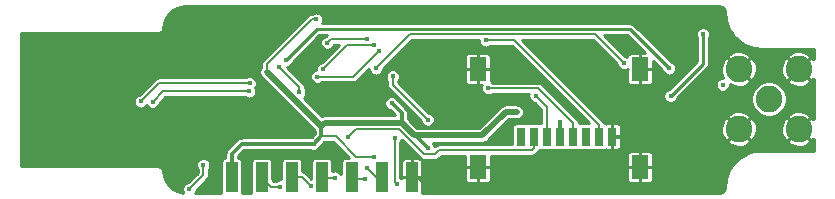
<source format=gbr>
%TF.GenerationSoftware,KiCad,Pcbnew,(5.1.6)-1*%
%TF.CreationDate,2020-12-02T12:11:42+01:00*%
%TF.ProjectId,LoRa_Dongle_Thin,4c6f5261-5f44-46f6-9e67-6c655f546869,rev?*%
%TF.SameCoordinates,Original*%
%TF.FileFunction,Copper,L2,Bot*%
%TF.FilePolarity,Positive*%
%FSLAX46Y46*%
G04 Gerber Fmt 4.6, Leading zero omitted, Abs format (unit mm)*
G04 Created by KiCad (PCBNEW (5.1.6)-1) date 2020-12-02 12:11:42*
%MOMM*%
%LPD*%
G01*
G04 APERTURE LIST*
%TA.AperFunction,SMDPad,CuDef*%
%ADD10R,1.000000X2.510000*%
%TD*%
%TA.AperFunction,ComponentPad*%
%ADD11C,2.250000*%
%TD*%
%TA.AperFunction,SMDPad,CuDef*%
%ADD12R,0.800000X1.500000*%
%TD*%
%TA.AperFunction,SMDPad,CuDef*%
%ADD13R,1.450000X2.000000*%
%TD*%
%TA.AperFunction,ViaPad*%
%ADD14C,0.450000*%
%TD*%
%TA.AperFunction,Conductor*%
%ADD15C,0.500000*%
%TD*%
%TA.AperFunction,Conductor*%
%ADD16C,0.300000*%
%TD*%
%TA.AperFunction,Conductor*%
%ADD17C,0.200000*%
%TD*%
%TA.AperFunction,Conductor*%
%ADD18C,0.250000*%
%TD*%
%TA.AperFunction,Conductor*%
%ADD19C,0.254000*%
%TD*%
G04 APERTURE END LIST*
D10*
%TO.P,J1,1*%
%TO.N,GND*%
X44043600Y50643600D03*
%TO.P,J1,3*%
%TO.N,/PA01*%
X38963600Y50643600D03*
%TO.P,J1,5*%
%TO.N,/SWDIO*%
X33883600Y50643600D03*
%TO.P,J1,7*%
%TO.N,+3V3*%
X28803600Y50643600D03*
%TO.P,J1,2*%
%TO.N,/PA02*%
X41503600Y50643600D03*
%TO.P,J1,4*%
%TO.N,/PA00*%
X36423600Y50643600D03*
%TO.P,J1,6*%
%TO.N,/SWCLK*%
X31343600Y50643600D03*
%TD*%
D11*
%TO.P,J3,1*%
%TO.N,Net-(J3-Pad1)*%
X74289400Y57251600D03*
%TO.P,J3,2*%
%TO.N,GND*%
X71749400Y54711600D03*
X76829400Y54711600D03*
X76829400Y59791600D03*
X71749400Y59791600D03*
%TD*%
D12*
%TO.P,J4,1*%
%TO.N,Net-(J4-Pad1)*%
X53309400Y54076000D03*
%TO.P,J4,2*%
%TO.N,/SD_CS*%
X54409400Y54076000D03*
%TO.P,J4,3*%
%TO.N,/SDO*%
X55509400Y54076000D03*
%TO.P,J4,4*%
%TO.N,+3V3*%
X56609400Y54076000D03*
%TO.P,J4,5*%
%TO.N,/SCK*%
X57709400Y54076000D03*
%TO.P,J4,6*%
%TO.N,Net-(J4-Pad6)*%
X58809400Y54076000D03*
%TO.P,J4,7*%
%TO.N,/SDI*%
X59909400Y54076000D03*
%TO.P,J4,8*%
%TO.N,GND*%
X61009400Y54076000D03*
D13*
%TO.P,J4,9*%
X63384400Y59776000D03*
X49634400Y59776000D03*
X49634400Y51476000D03*
X63384400Y51476000D03*
%TD*%
D14*
%TO.N,GND*%
X66192400Y54762400D03*
X66827400Y55397400D03*
X67462400Y56032400D03*
X68097400Y56667400D03*
X68732400Y57302400D03*
X69367400Y57937400D03*
%TO.N,*%
X70383400Y58445400D03*
%TO.N,GND*%
X67970400Y52349400D03*
X67970400Y51460400D03*
X67970400Y50571400D03*
X67589400Y49809400D03*
X68732400Y53873400D03*
X69367400Y54508400D03*
X68199000Y53213000D03*
X43798067Y52764267D03*
X45415200Y49758600D03*
X33223200Y64566800D03*
X37287200Y53263800D03*
X30683200Y62585600D03*
X25349200Y62585600D03*
X23114000Y62484000D03*
X23368000Y64008000D03*
X40462200Y57023000D03*
%TO.N,+3V3*%
X31775400Y59563000D03*
X52933600Y56159400D03*
X56616600Y55321200D03*
X45415200Y53086000D03*
X42341800Y56896000D03*
X35737800Y53467000D03*
%TO.N,GND*%
X34721800Y54635400D03*
X30048200Y51663600D03*
X32613600Y50749200D03*
%TO.N,/nRESET*%
X34518600Y57810400D03*
X32816800Y59969400D03*
%TO.N,+3V3*%
X35966400Y63982600D03*
X40843200Y52324000D03*
X65963800Y57505600D03*
X68707000Y62738000D03*
%TO.N,/SWDIO*%
X35498586Y49860200D03*
%TO.N,/SWCLK*%
X32918400Y49834800D03*
%TO.N,/RGB*%
X33375600Y60528200D03*
X65836800Y59842400D03*
%TO.N,/LED*%
X26390600Y51663600D03*
X25222200Y49631600D03*
%TO.N,/RF_RESET*%
X45415200Y55499000D03*
X42443400Y59182000D03*
%TO.N,/RF_INT*%
X41021000Y59842400D03*
X62026800Y60274200D03*
%TO.N,/FLASH_SDO*%
X42590125Y53946412D03*
X42773596Y50063400D03*
%TO.N,USB_D+*%
X22116888Y57029512D03*
X30276800Y57886600D03*
%TO.N,USB_D-*%
X21107400Y57048400D03*
X30327600Y58597802D03*
%TO.N,/PA00*%
X37541200Y50596800D03*
%TO.N,/PA01*%
X40055800Y50444400D03*
%TO.N,/SD_CS*%
X38658800Y54025800D03*
%TO.N,/SDO*%
X36547661Y59794539D03*
X40820285Y61806820D03*
X54533800Y57531000D03*
%TO.N,/SCK*%
X36042600Y59131200D03*
X41279859Y61332610D03*
X50520600Y58166000D03*
%TO.N,/SDI*%
X36880800Y62001400D03*
X40280600Y62331830D03*
X50317400Y62204600D03*
%TO.N,/PA02*%
X40259000Y51435000D03*
%TD*%
D15*
%TO.N,+3V3*%
X44272200Y54178200D02*
X50038000Y54178200D01*
X50038000Y54178200D02*
X52019200Y56159400D01*
X52019200Y56159400D02*
X52933600Y56159400D01*
D16*
X56609400Y54076000D02*
X56609400Y55314000D01*
X56609400Y55314000D02*
X56616600Y55321200D01*
X44323000Y54178200D02*
X44272200Y54178200D01*
X45415200Y53086000D02*
X44323000Y54178200D01*
D15*
X43510200Y54940200D02*
X44272200Y54178200D01*
X31775400Y59563000D02*
X36398200Y54940200D01*
D16*
X36398200Y54127400D02*
X36398200Y54940200D01*
X35737800Y53467000D02*
X36398200Y54127400D01*
D15*
X43205400Y55245000D02*
X43510200Y54940200D01*
X36398200Y54940200D02*
X36703000Y55245000D01*
X36703000Y55245000D02*
X43205400Y55245000D01*
D16*
X43205400Y56032400D02*
X43205400Y55245000D01*
X42341800Y56896000D02*
X43205400Y56032400D01*
%TO.N,GND*%
X44043600Y50643600D02*
X44444699Y50643600D01*
D17*
X44530200Y50643600D02*
X45415200Y49758600D01*
X44043600Y50643600D02*
X44530200Y50643600D01*
%TO.N,/nRESET*%
X34518600Y57810400D02*
X34518600Y58267600D01*
X34518600Y58267600D02*
X32816800Y59969400D01*
D16*
%TO.N,+3V3*%
X35737800Y53467000D02*
X29667200Y53467000D01*
X28803600Y52603400D02*
X28803600Y50643600D01*
X29667200Y53467000D02*
X28803600Y52603400D01*
D17*
X31775400Y59563000D02*
X31775400Y60185998D01*
X31775400Y60185998D02*
X35572002Y63982600D01*
X35572002Y63982600D02*
X35966400Y63982600D01*
X37617400Y54076600D02*
X36347400Y54076600D01*
X40843200Y52324000D02*
X39370000Y52324000D01*
X36347400Y54076600D02*
X35737800Y53467000D01*
X39370000Y52324000D02*
X37617400Y54076600D01*
D18*
X65963800Y57505600D02*
X68707000Y60248800D01*
X68707000Y60248800D02*
X68707000Y62738000D01*
D17*
%TO.N,/SWDIO*%
X33883600Y50643600D02*
X34715186Y50643600D01*
X34715186Y50643600D02*
X35498586Y49860200D01*
%TO.N,/SWCLK*%
X32152400Y49834800D02*
X31343600Y50643600D01*
X32918400Y49834800D02*
X32152400Y49834800D01*
D18*
%TO.N,/RGB*%
X33375600Y60528200D02*
X36002011Y63154611D01*
X36002011Y63154611D02*
X62524589Y63154611D01*
X62524589Y63154611D02*
X65836800Y59842400D01*
D17*
%TO.N,/LED*%
X26390600Y51663600D02*
X26390600Y50800000D01*
X26390600Y50800000D02*
X25222200Y49631600D01*
%TO.N,/RF_RESET*%
X42443400Y58470800D02*
X42443400Y59182000D01*
X45415200Y55499000D02*
X42443400Y58470800D01*
%TO.N,/RF_INT*%
X43908201Y62729601D02*
X41021000Y59842400D01*
X62026800Y60274200D02*
X59571399Y62729601D01*
X59571399Y62729601D02*
X43908201Y62729601D01*
%TO.N,/FLASH_SDO*%
X42590125Y53946412D02*
X42590125Y50246871D01*
X42590125Y50246871D02*
X42773596Y50063400D01*
%TO.N,USB_D+*%
X28727400Y57886600D02*
X30276800Y57886600D01*
X22116888Y57029512D02*
X22973976Y57886600D01*
X22973976Y57886600D02*
X28727400Y57886600D01*
%TO.N,USB_D-*%
X21107400Y57048400D02*
X22656802Y58597802D01*
X22656802Y58597802D02*
X30327600Y58597802D01*
%TO.N,/PA00*%
X36470400Y50596800D02*
X36423600Y50643600D01*
X37541200Y50596800D02*
X36470400Y50596800D01*
%TO.N,/PA01*%
X39162800Y50444400D02*
X38963600Y50643600D01*
X40055800Y50444400D02*
X39162800Y50444400D01*
%TO.N,/SD_CS*%
X54409400Y53126000D02*
X54409400Y54076000D01*
X39327990Y54694990D02*
X42977580Y54694990D01*
X46007799Y52560999D02*
X46380400Y52933600D01*
X54217000Y52933600D02*
X54409400Y53126000D01*
X45111571Y52560999D02*
X46007799Y52560999D01*
X46380400Y52933600D02*
X54217000Y52933600D01*
X38658800Y54025800D02*
X39327990Y54694990D01*
X42977580Y54694990D02*
X45111571Y52560999D01*
%TO.N,/SDO*%
X38559942Y61806820D02*
X40820285Y61806820D01*
X36547661Y59794539D02*
X38559942Y61806820D01*
X55509400Y56555400D02*
X54533800Y57531000D01*
X55509400Y54076000D02*
X55509400Y56555400D01*
%TO.N,/SCK*%
X36042600Y59131200D02*
X39078449Y59131200D01*
X39078449Y59131200D02*
X41279859Y61332610D01*
X54752004Y58166000D02*
X50520600Y58166000D01*
X57709400Y55208604D02*
X54752004Y58166000D01*
X57709400Y54076000D02*
X57709400Y55208604D01*
%TO.N,/SDI*%
X36880800Y62001400D02*
X37211230Y62331830D01*
X37211230Y62331830D02*
X40280600Y62331830D01*
X59909400Y55026000D02*
X52730800Y62204600D01*
X59909400Y54076000D02*
X59909400Y55026000D01*
X52730800Y62204600D02*
X50317400Y62204600D01*
%TO.N,/PA02*%
X41025000Y50643600D02*
X41503600Y50643600D01*
X40259000Y51435000D02*
X40259000Y51409600D01*
X40259000Y51409600D02*
X41025000Y50643600D01*
%TD*%
D19*
%TO.N,GND*%
G36*
X38732320Y52281443D02*
G01*
X38463600Y52281443D01*
X38388911Y52274087D01*
X38317092Y52252301D01*
X38250904Y52216922D01*
X38192889Y52169311D01*
X38145278Y52111296D01*
X38109899Y52045108D01*
X38088113Y51973289D01*
X38080757Y51898600D01*
X38080757Y50877748D01*
X38078230Y50883849D01*
X38011911Y50983102D01*
X37927502Y51067511D01*
X37828249Y51133830D01*
X37717964Y51179512D01*
X37600886Y51202800D01*
X37481514Y51202800D01*
X37364436Y51179512D01*
X37306443Y51155490D01*
X37306443Y51898600D01*
X37299087Y51973289D01*
X37277301Y52045108D01*
X37241922Y52111296D01*
X37194311Y52169311D01*
X37136296Y52216922D01*
X37070108Y52252301D01*
X36998289Y52274087D01*
X36923600Y52281443D01*
X35923600Y52281443D01*
X35848911Y52274087D01*
X35777092Y52252301D01*
X35710904Y52216922D01*
X35652889Y52169311D01*
X35605278Y52111296D01*
X35569899Y52045108D01*
X35548113Y51973289D01*
X35540757Y51898600D01*
X35540757Y50498266D01*
X35072016Y50967006D01*
X35056950Y50985364D01*
X34983708Y51045472D01*
X34900147Y51090136D01*
X34809478Y51117640D01*
X34766443Y51121879D01*
X34766443Y51898600D01*
X34759087Y51973289D01*
X34737301Y52045108D01*
X34701922Y52111296D01*
X34654311Y52169311D01*
X34596296Y52216922D01*
X34530108Y52252301D01*
X34458289Y52274087D01*
X34383600Y52281443D01*
X33383600Y52281443D01*
X33308911Y52274087D01*
X33237092Y52252301D01*
X33170904Y52216922D01*
X33112889Y52169311D01*
X33065278Y52111296D01*
X33029899Y52045108D01*
X33008113Y51973289D01*
X33000757Y51898600D01*
X33000757Y50436291D01*
X32978086Y50440800D01*
X32858714Y50440800D01*
X32741636Y50417512D01*
X32631351Y50371830D01*
X32547497Y50315800D01*
X32351637Y50315800D01*
X32226443Y50440994D01*
X32226443Y51898600D01*
X32219087Y51973289D01*
X32197301Y52045108D01*
X32161922Y52111296D01*
X32114311Y52169311D01*
X32056296Y52216922D01*
X31990108Y52252301D01*
X31918289Y52274087D01*
X31843600Y52281443D01*
X30843600Y52281443D01*
X30768911Y52274087D01*
X30697092Y52252301D01*
X30630904Y52216922D01*
X30572889Y52169311D01*
X30525278Y52111296D01*
X30489899Y52045108D01*
X30468113Y51973289D01*
X30460757Y51898600D01*
X30460757Y49388600D01*
X30468113Y49313911D01*
X30468329Y49313200D01*
X29678871Y49313200D01*
X29679087Y49313911D01*
X29686443Y49388600D01*
X29686443Y51898600D01*
X29679087Y51973289D01*
X29657301Y52045108D01*
X29621922Y52111296D01*
X29574311Y52169311D01*
X29516296Y52216922D01*
X29450108Y52252301D01*
X29378289Y52274087D01*
X29334600Y52278390D01*
X29334600Y52383454D01*
X29887147Y52936000D01*
X35441727Y52936000D01*
X35450751Y52929970D01*
X35561036Y52884288D01*
X35678114Y52861000D01*
X35797486Y52861000D01*
X35914564Y52884288D01*
X36024849Y52929970D01*
X36124102Y52996289D01*
X36208511Y53080698D01*
X36274830Y53179951D01*
X36320512Y53290236D01*
X36322630Y53300883D01*
X36617347Y53595600D01*
X37418164Y53595600D01*
X38732320Y52281443D01*
G37*
X38732320Y52281443D02*
X38463600Y52281443D01*
X38388911Y52274087D01*
X38317092Y52252301D01*
X38250904Y52216922D01*
X38192889Y52169311D01*
X38145278Y52111296D01*
X38109899Y52045108D01*
X38088113Y51973289D01*
X38080757Y51898600D01*
X38080757Y50877748D01*
X38078230Y50883849D01*
X38011911Y50983102D01*
X37927502Y51067511D01*
X37828249Y51133830D01*
X37717964Y51179512D01*
X37600886Y51202800D01*
X37481514Y51202800D01*
X37364436Y51179512D01*
X37306443Y51155490D01*
X37306443Y51898600D01*
X37299087Y51973289D01*
X37277301Y52045108D01*
X37241922Y52111296D01*
X37194311Y52169311D01*
X37136296Y52216922D01*
X37070108Y52252301D01*
X36998289Y52274087D01*
X36923600Y52281443D01*
X35923600Y52281443D01*
X35848911Y52274087D01*
X35777092Y52252301D01*
X35710904Y52216922D01*
X35652889Y52169311D01*
X35605278Y52111296D01*
X35569899Y52045108D01*
X35548113Y51973289D01*
X35540757Y51898600D01*
X35540757Y50498266D01*
X35072016Y50967006D01*
X35056950Y50985364D01*
X34983708Y51045472D01*
X34900147Y51090136D01*
X34809478Y51117640D01*
X34766443Y51121879D01*
X34766443Y51898600D01*
X34759087Y51973289D01*
X34737301Y52045108D01*
X34701922Y52111296D01*
X34654311Y52169311D01*
X34596296Y52216922D01*
X34530108Y52252301D01*
X34458289Y52274087D01*
X34383600Y52281443D01*
X33383600Y52281443D01*
X33308911Y52274087D01*
X33237092Y52252301D01*
X33170904Y52216922D01*
X33112889Y52169311D01*
X33065278Y52111296D01*
X33029899Y52045108D01*
X33008113Y51973289D01*
X33000757Y51898600D01*
X33000757Y50436291D01*
X32978086Y50440800D01*
X32858714Y50440800D01*
X32741636Y50417512D01*
X32631351Y50371830D01*
X32547497Y50315800D01*
X32351637Y50315800D01*
X32226443Y50440994D01*
X32226443Y51898600D01*
X32219087Y51973289D01*
X32197301Y52045108D01*
X32161922Y52111296D01*
X32114311Y52169311D01*
X32056296Y52216922D01*
X31990108Y52252301D01*
X31918289Y52274087D01*
X31843600Y52281443D01*
X30843600Y52281443D01*
X30768911Y52274087D01*
X30697092Y52252301D01*
X30630904Y52216922D01*
X30572889Y52169311D01*
X30525278Y52111296D01*
X30489899Y52045108D01*
X30468113Y51973289D01*
X30460757Y51898600D01*
X30460757Y49388600D01*
X30468113Y49313911D01*
X30468329Y49313200D01*
X29678871Y49313200D01*
X29679087Y49313911D01*
X29686443Y49388600D01*
X29686443Y51898600D01*
X29679087Y51973289D01*
X29657301Y52045108D01*
X29621922Y52111296D01*
X29574311Y52169311D01*
X29516296Y52216922D01*
X29450108Y52252301D01*
X29378289Y52274087D01*
X29334600Y52278390D01*
X29334600Y52383454D01*
X29887147Y52936000D01*
X35441727Y52936000D01*
X35450751Y52929970D01*
X35561036Y52884288D01*
X35678114Y52861000D01*
X35797486Y52861000D01*
X35914564Y52884288D01*
X36024849Y52929970D01*
X36124102Y52996289D01*
X36208511Y53080698D01*
X36274830Y53179951D01*
X36320512Y53290236D01*
X36322630Y53300883D01*
X36617347Y53595600D01*
X37418164Y53595600D01*
X38732320Y52281443D01*
G36*
X70160732Y65076557D02*
G01*
X70257825Y65047243D01*
X70347370Y64999631D01*
X70425968Y64935528D01*
X70490612Y64857386D01*
X70538848Y64768176D01*
X70568839Y64671290D01*
X70581451Y64551295D01*
X70581466Y64546949D01*
X70583259Y64529296D01*
X70583135Y64511561D01*
X70583688Y64505919D01*
X70637578Y63993194D01*
X70644983Y63957121D01*
X70651873Y63921003D01*
X70653511Y63915576D01*
X70805963Y63423082D01*
X70820240Y63389119D01*
X70834008Y63355041D01*
X70836664Y63350045D01*
X70836668Y63350036D01*
X70836673Y63350029D01*
X71081877Y62896533D01*
X71102453Y62866027D01*
X71122603Y62835235D01*
X71126180Y62830849D01*
X71126185Y62830842D01*
X71126191Y62830836D01*
X71454810Y62433604D01*
X71480942Y62407653D01*
X71506666Y62381385D01*
X71511028Y62377776D01*
X71511034Y62377770D01*
X71511041Y62377766D01*
X71910557Y62051928D01*
X71941199Y62031570D01*
X71971569Y62010775D01*
X71976555Y62008078D01*
X72431758Y61766043D01*
X72465798Y61752012D01*
X72499602Y61737524D01*
X72505010Y61735849D01*
X72505016Y61735847D01*
X72505022Y61735846D01*
X72998565Y61586837D01*
X73034720Y61579678D01*
X73070654Y61572040D01*
X73076283Y61571448D01*
X73076293Y61571446D01*
X73076302Y61571446D01*
X73589382Y61521138D01*
X73609059Y61519200D01*
X78074400Y61519200D01*
X78074400Y60643047D01*
X78052184Y60676297D01*
X77832088Y60790045D01*
X76833643Y59791600D01*
X77832088Y58793155D01*
X78052184Y58906903D01*
X78074400Y58944981D01*
X78074401Y55563046D01*
X78052184Y55596297D01*
X77832088Y55710045D01*
X76833643Y54711600D01*
X77832088Y53713155D01*
X78052184Y53826903D01*
X78074401Y53864982D01*
X78074401Y52882400D01*
X73609059Y52882400D01*
X73590273Y52880550D01*
X73573761Y52880665D01*
X73568119Y52880112D01*
X73055394Y52826222D01*
X73019315Y52818816D01*
X72983203Y52811927D01*
X72977778Y52810290D01*
X72977772Y52810288D01*
X72485282Y52657837D01*
X72451319Y52643560D01*
X72417241Y52629792D01*
X72412245Y52627136D01*
X72412236Y52627132D01*
X72412229Y52627127D01*
X71958733Y52381923D01*
X71928227Y52361347D01*
X71897435Y52341197D01*
X71893049Y52337620D01*
X71893042Y52337615D01*
X71893036Y52337609D01*
X71495804Y52008990D01*
X71469869Y51982874D01*
X71443584Y51957133D01*
X71439970Y51952766D01*
X71114128Y51553243D01*
X71093744Y51522563D01*
X71072975Y51492231D01*
X71070281Y51487249D01*
X71070278Y51487245D01*
X71070278Y51487244D01*
X70828242Y51032042D01*
X70814208Y50997993D01*
X70799724Y50964198D01*
X70798047Y50958783D01*
X70649037Y50465235D01*
X70641879Y50429086D01*
X70634240Y50393146D01*
X70633648Y50387517D01*
X70633646Y50387507D01*
X70633646Y50387498D01*
X70583338Y49874419D01*
X70569557Y49733868D01*
X70540243Y49636776D01*
X70492631Y49547230D01*
X70428530Y49468635D01*
X70350385Y49403987D01*
X70261177Y49355753D01*
X70164290Y49325761D01*
X70044780Y49313200D01*
X44914692Y49313200D01*
X44915145Y49314695D01*
X44922424Y49388600D01*
X44920711Y50476000D01*
X48530576Y50476000D01*
X48537855Y50402095D01*
X48559412Y50331030D01*
X48594419Y50265537D01*
X48641531Y50208131D01*
X48698937Y50161019D01*
X48764430Y50126012D01*
X48835495Y50104455D01*
X48909400Y50097176D01*
X49537150Y50099000D01*
X49631400Y50193250D01*
X49631400Y51473000D01*
X49637400Y51473000D01*
X49637400Y50193250D01*
X49731650Y50099000D01*
X50359400Y50097176D01*
X50433305Y50104455D01*
X50504370Y50126012D01*
X50569863Y50161019D01*
X50627269Y50208131D01*
X50674381Y50265537D01*
X50709388Y50331030D01*
X50730945Y50402095D01*
X50738224Y50476000D01*
X62280576Y50476000D01*
X62287855Y50402095D01*
X62309412Y50331030D01*
X62344419Y50265537D01*
X62391531Y50208131D01*
X62448937Y50161019D01*
X62514430Y50126012D01*
X62585495Y50104455D01*
X62659400Y50097176D01*
X63287150Y50099000D01*
X63381400Y50193250D01*
X63381400Y51473000D01*
X63387400Y51473000D01*
X63387400Y50193250D01*
X63481650Y50099000D01*
X64109400Y50097176D01*
X64183305Y50104455D01*
X64254370Y50126012D01*
X64319863Y50161019D01*
X64377269Y50208131D01*
X64424381Y50265537D01*
X64459388Y50331030D01*
X64480945Y50402095D01*
X64488224Y50476000D01*
X64486400Y51378750D01*
X64392150Y51473000D01*
X63387400Y51473000D01*
X63381400Y51473000D01*
X62376650Y51473000D01*
X62282400Y51378750D01*
X62280576Y50476000D01*
X50738224Y50476000D01*
X50736400Y51378750D01*
X50642150Y51473000D01*
X49637400Y51473000D01*
X49631400Y51473000D01*
X48626650Y51473000D01*
X48532400Y51378750D01*
X48530576Y50476000D01*
X44920711Y50476000D01*
X44920600Y50546350D01*
X44826350Y50640600D01*
X44046600Y50640600D01*
X44046600Y50620600D01*
X44040600Y50620600D01*
X44040600Y50640600D01*
X43260850Y50640600D01*
X43166600Y50546350D01*
X43166570Y50527439D01*
X43159898Y50534111D01*
X43071125Y50593427D01*
X43071125Y51898600D01*
X43164776Y51898600D01*
X43166600Y50740850D01*
X43260850Y50646600D01*
X44040600Y50646600D01*
X44040600Y52181350D01*
X44046600Y52181350D01*
X44046600Y50646600D01*
X44826350Y50646600D01*
X44920600Y50740850D01*
X44922424Y51898600D01*
X44915145Y51972505D01*
X44893588Y52043570D01*
X44858581Y52109063D01*
X44811469Y52166469D01*
X44754063Y52213581D01*
X44688570Y52248588D01*
X44617505Y52270145D01*
X44543600Y52277424D01*
X44140850Y52275600D01*
X44046600Y52181350D01*
X44040600Y52181350D01*
X43946350Y52275600D01*
X43543600Y52277424D01*
X43469695Y52270145D01*
X43398630Y52248588D01*
X43333137Y52213581D01*
X43275731Y52166469D01*
X43228619Y52109063D01*
X43193612Y52043570D01*
X43172055Y51972505D01*
X43164776Y51898600D01*
X43071125Y51898600D01*
X43071125Y53575509D01*
X43127155Y53659363D01*
X43172837Y53769648D01*
X43181107Y53811226D01*
X44754746Y52237587D01*
X44769807Y52219235D01*
X44843049Y52159127D01*
X44926610Y52114463D01*
X44975970Y52099490D01*
X45017278Y52086959D01*
X45111570Y52077672D01*
X45135197Y52079999D01*
X45984173Y52079999D01*
X46007799Y52077672D01*
X46031425Y52079999D01*
X46035558Y52080406D01*
X46102091Y52086959D01*
X46107385Y52088565D01*
X46192760Y52114463D01*
X46276321Y52159127D01*
X46349563Y52219235D01*
X46364629Y52237592D01*
X46579637Y52452600D01*
X48530623Y52452600D01*
X48532400Y51573250D01*
X48626650Y51479000D01*
X49631400Y51479000D01*
X49631400Y51499000D01*
X49637400Y51499000D01*
X49637400Y51479000D01*
X50642150Y51479000D01*
X50736400Y51573250D01*
X50738177Y52452600D01*
X54193374Y52452600D01*
X54217000Y52450273D01*
X54240626Y52452600D01*
X54274660Y52455952D01*
X54311292Y52459560D01*
X54314720Y52460600D01*
X54365487Y52476000D01*
X62280576Y52476000D01*
X62282400Y51573250D01*
X62376650Y51479000D01*
X63381400Y51479000D01*
X63381400Y52758750D01*
X63387400Y52758750D01*
X63387400Y51479000D01*
X64392150Y51479000D01*
X64486400Y51573250D01*
X64488224Y52476000D01*
X64480945Y52549905D01*
X64459388Y52620970D01*
X64424381Y52686463D01*
X64377269Y52743869D01*
X64319863Y52790981D01*
X64254370Y52825988D01*
X64183305Y52847545D01*
X64109400Y52854824D01*
X63481650Y52853000D01*
X63387400Y52758750D01*
X63381400Y52758750D01*
X63287150Y52853000D01*
X62659400Y52854824D01*
X62585495Y52847545D01*
X62514430Y52825988D01*
X62448937Y52790981D01*
X62391531Y52743869D01*
X62344419Y52686463D01*
X62309412Y52620970D01*
X62287855Y52549905D01*
X62280576Y52476000D01*
X54365487Y52476000D01*
X54401961Y52487064D01*
X54485522Y52531728D01*
X54558764Y52591836D01*
X54573830Y52610194D01*
X54732806Y52769170D01*
X54751164Y52784236D01*
X54811272Y52857478D01*
X54851870Y52933432D01*
X54855936Y52941038D01*
X54858032Y52947947D01*
X54884089Y52950513D01*
X54955908Y52972299D01*
X54959400Y52974166D01*
X54962892Y52972299D01*
X55034711Y52950513D01*
X55109400Y52943157D01*
X55909400Y52943157D01*
X55984089Y52950513D01*
X56055908Y52972299D01*
X56059400Y52974166D01*
X56062892Y52972299D01*
X56134711Y52950513D01*
X56209400Y52943157D01*
X57009400Y52943157D01*
X57084089Y52950513D01*
X57155908Y52972299D01*
X57159400Y52974166D01*
X57162892Y52972299D01*
X57234711Y52950513D01*
X57309400Y52943157D01*
X58109400Y52943157D01*
X58184089Y52950513D01*
X58255908Y52972299D01*
X58259400Y52974166D01*
X58262892Y52972299D01*
X58334711Y52950513D01*
X58409400Y52943157D01*
X59209400Y52943157D01*
X59284089Y52950513D01*
X59355908Y52972299D01*
X59359400Y52974166D01*
X59362892Y52972299D01*
X59434711Y52950513D01*
X59509400Y52943157D01*
X60309400Y52943157D01*
X60384089Y52950513D01*
X60455908Y52972299D01*
X60463642Y52976433D01*
X60464430Y52976012D01*
X60535495Y52954455D01*
X60609400Y52947176D01*
X60912150Y52949000D01*
X61006400Y53043250D01*
X61006400Y54073000D01*
X61012400Y54073000D01*
X61012400Y53043250D01*
X61106650Y52949000D01*
X61409400Y52947176D01*
X61483305Y52954455D01*
X61554370Y52976012D01*
X61619863Y53011019D01*
X61677269Y53058131D01*
X61724381Y53115537D01*
X61759388Y53181030D01*
X61780945Y53252095D01*
X61788224Y53326000D01*
X61787155Y53708912D01*
X70750955Y53708912D01*
X70864703Y53488816D01*
X71120256Y53339715D01*
X71399987Y53243336D01*
X71693145Y53203382D01*
X71988464Y53221387D01*
X72274597Y53296660D01*
X72540546Y53426309D01*
X72634097Y53488816D01*
X72747845Y53708912D01*
X75830955Y53708912D01*
X75944703Y53488816D01*
X76200256Y53339715D01*
X76479987Y53243336D01*
X76773145Y53203382D01*
X77068464Y53221387D01*
X77354597Y53296660D01*
X77620546Y53426309D01*
X77714097Y53488816D01*
X77827845Y53708912D01*
X76829400Y54707357D01*
X75830955Y53708912D01*
X72747845Y53708912D01*
X71749400Y54707357D01*
X70750955Y53708912D01*
X61787155Y53708912D01*
X61786400Y53978750D01*
X61692150Y54073000D01*
X61012400Y54073000D01*
X61006400Y54073000D01*
X60986400Y54073000D01*
X60986400Y54079000D01*
X61006400Y54079000D01*
X61006400Y55108750D01*
X61012400Y55108750D01*
X61012400Y54079000D01*
X61692150Y54079000D01*
X61786400Y54173250D01*
X61788061Y54767855D01*
X70241182Y54767855D01*
X70259187Y54472536D01*
X70334460Y54186403D01*
X70464109Y53920454D01*
X70526616Y53826903D01*
X70746712Y53713155D01*
X71745157Y54711600D01*
X71753643Y54711600D01*
X72752088Y53713155D01*
X72972184Y53826903D01*
X73121285Y54082456D01*
X73217664Y54362187D01*
X73257618Y54655345D01*
X73250759Y54767855D01*
X75321182Y54767855D01*
X75339187Y54472536D01*
X75414460Y54186403D01*
X75544109Y53920454D01*
X75606616Y53826903D01*
X75826712Y53713155D01*
X76825157Y54711600D01*
X75826712Y55710045D01*
X75606616Y55596297D01*
X75457515Y55340744D01*
X75361136Y55061013D01*
X75321182Y54767855D01*
X73250759Y54767855D01*
X73239613Y54950664D01*
X73164340Y55236797D01*
X73034691Y55502746D01*
X72972184Y55596297D01*
X72752088Y55710045D01*
X71753643Y54711600D01*
X71745157Y54711600D01*
X70746712Y55710045D01*
X70526616Y55596297D01*
X70377515Y55340744D01*
X70281136Y55061013D01*
X70241182Y54767855D01*
X61788061Y54767855D01*
X61788224Y54826000D01*
X61780945Y54899905D01*
X61759388Y54970970D01*
X61724381Y55036463D01*
X61677269Y55093869D01*
X61619863Y55140981D01*
X61554370Y55175988D01*
X61483305Y55197545D01*
X61409400Y55204824D01*
X61106650Y55203000D01*
X61012400Y55108750D01*
X61006400Y55108750D01*
X60912150Y55203000D01*
X60609400Y55204824D01*
X60535495Y55197545D01*
X60464430Y55175988D01*
X60463642Y55175567D01*
X60455908Y55179701D01*
X60384089Y55201487D01*
X60358031Y55204053D01*
X60355936Y55210961D01*
X60311272Y55294522D01*
X60251164Y55367764D01*
X60232812Y55382825D01*
X59901349Y55714288D01*
X70750955Y55714288D01*
X71749400Y54715843D01*
X72747845Y55714288D01*
X75830955Y55714288D01*
X76829400Y54715843D01*
X77827845Y55714288D01*
X77714097Y55934384D01*
X77458544Y56083485D01*
X77178813Y56179864D01*
X76885655Y56219818D01*
X76590336Y56201813D01*
X76304203Y56126540D01*
X76038254Y55996891D01*
X75944703Y55934384D01*
X75830955Y55714288D01*
X72747845Y55714288D01*
X72634097Y55934384D01*
X72378544Y56083485D01*
X72098813Y56179864D01*
X71805655Y56219818D01*
X71510336Y56201813D01*
X71224203Y56126540D01*
X70958254Y55996891D01*
X70864703Y55934384D01*
X70750955Y55714288D01*
X59901349Y55714288D01*
X58050351Y57565286D01*
X65357800Y57565286D01*
X65357800Y57445914D01*
X65381088Y57328836D01*
X65426770Y57218551D01*
X65493089Y57119298D01*
X65577498Y57034889D01*
X65676751Y56968570D01*
X65787036Y56922888D01*
X65904114Y56899600D01*
X66023486Y56899600D01*
X66140564Y56922888D01*
X66250849Y56968570D01*
X66350102Y57034889D01*
X66434511Y57119298D01*
X66500830Y57218551D01*
X66546512Y57328836D01*
X66557409Y57383618D01*
X66573719Y57399928D01*
X72783400Y57399928D01*
X72783400Y57103272D01*
X72841275Y56812316D01*
X72954800Y56538241D01*
X73119613Y56291581D01*
X73329381Y56081813D01*
X73576041Y55917000D01*
X73850116Y55803475D01*
X74141072Y55745600D01*
X74437728Y55745600D01*
X74728684Y55803475D01*
X75002759Y55917000D01*
X75249419Y56081813D01*
X75459187Y56291581D01*
X75624000Y56538241D01*
X75737525Y56812316D01*
X75795400Y57103272D01*
X75795400Y57399928D01*
X75737525Y57690884D01*
X75624000Y57964959D01*
X75459187Y58211619D01*
X75249419Y58421387D01*
X75002759Y58586200D01*
X74728684Y58699725D01*
X74437728Y58757600D01*
X74141072Y58757600D01*
X73850116Y58699725D01*
X73576041Y58586200D01*
X73329381Y58421387D01*
X73119613Y58211619D01*
X72954800Y57964959D01*
X72841275Y57690884D01*
X72783400Y57399928D01*
X66573719Y57399928D01*
X67678877Y58505086D01*
X69777400Y58505086D01*
X69777400Y58385714D01*
X69800688Y58268636D01*
X69846370Y58158351D01*
X69912689Y58059098D01*
X69997098Y57974689D01*
X70096351Y57908370D01*
X70206636Y57862688D01*
X70323714Y57839400D01*
X70443086Y57839400D01*
X70560164Y57862688D01*
X70670449Y57908370D01*
X70769702Y57974689D01*
X70854111Y58059098D01*
X70920430Y58158351D01*
X70966112Y58268636D01*
X70989400Y58385714D01*
X70989400Y58496062D01*
X71120256Y58419715D01*
X71399987Y58323336D01*
X71693145Y58283382D01*
X71988464Y58301387D01*
X72274597Y58376660D01*
X72540546Y58506309D01*
X72634097Y58568816D01*
X72747845Y58788912D01*
X75830955Y58788912D01*
X75944703Y58568816D01*
X76200256Y58419715D01*
X76479987Y58323336D01*
X76773145Y58283382D01*
X77068464Y58301387D01*
X77354597Y58376660D01*
X77620546Y58506309D01*
X77714097Y58568816D01*
X77827845Y58788912D01*
X76829400Y59787357D01*
X75830955Y58788912D01*
X72747845Y58788912D01*
X71749400Y59787357D01*
X71735258Y59773215D01*
X71731015Y59777458D01*
X71745157Y59791600D01*
X71753643Y59791600D01*
X72752088Y58793155D01*
X72972184Y58906903D01*
X73121285Y59162456D01*
X73217664Y59442187D01*
X73257618Y59735345D01*
X73250759Y59847855D01*
X75321182Y59847855D01*
X75339187Y59552536D01*
X75414460Y59266403D01*
X75544109Y59000454D01*
X75606616Y58906903D01*
X75826712Y58793155D01*
X76825157Y59791600D01*
X75826712Y60790045D01*
X75606616Y60676297D01*
X75457515Y60420744D01*
X75361136Y60141013D01*
X75321182Y59847855D01*
X73250759Y59847855D01*
X73239613Y60030664D01*
X73164340Y60316797D01*
X73034691Y60582746D01*
X72972184Y60676297D01*
X72752088Y60790045D01*
X71753643Y59791600D01*
X71745157Y59791600D01*
X70746712Y60790045D01*
X70526616Y60676297D01*
X70377515Y60420744D01*
X70281136Y60141013D01*
X70241182Y59847855D01*
X70259187Y59552536D01*
X70334460Y59266403D01*
X70439273Y59051400D01*
X70323714Y59051400D01*
X70206636Y59028112D01*
X70096351Y58982430D01*
X69997098Y58916111D01*
X69912689Y58831702D01*
X69846370Y58732449D01*
X69800688Y58622164D01*
X69777400Y58505086D01*
X67678877Y58505086D01*
X69047220Y59873428D01*
X69066527Y59889273D01*
X69129759Y59966321D01*
X69176745Y60054225D01*
X69205678Y60149607D01*
X69213000Y60223946D01*
X69213000Y60223947D01*
X69215448Y60248800D01*
X69213000Y60273654D01*
X69213000Y60794288D01*
X70750955Y60794288D01*
X71749400Y59795843D01*
X72747845Y60794288D01*
X75830955Y60794288D01*
X76829400Y59795843D01*
X77827845Y60794288D01*
X77714097Y61014384D01*
X77458544Y61163485D01*
X77178813Y61259864D01*
X76885655Y61299818D01*
X76590336Y61281813D01*
X76304203Y61206540D01*
X76038254Y61076891D01*
X75944703Y61014384D01*
X75830955Y60794288D01*
X72747845Y60794288D01*
X72634097Y61014384D01*
X72378544Y61163485D01*
X72098813Y61259864D01*
X71805655Y61299818D01*
X71510336Y61281813D01*
X71224203Y61206540D01*
X70958254Y61076891D01*
X70864703Y61014384D01*
X70750955Y60794288D01*
X69213000Y60794288D01*
X69213000Y62404512D01*
X69244030Y62450951D01*
X69289712Y62561236D01*
X69313000Y62678314D01*
X69313000Y62797686D01*
X69289712Y62914764D01*
X69244030Y63025049D01*
X69177711Y63124302D01*
X69093302Y63208711D01*
X68994049Y63275030D01*
X68883764Y63320712D01*
X68766686Y63344000D01*
X68647314Y63344000D01*
X68530236Y63320712D01*
X68419951Y63275030D01*
X68320698Y63208711D01*
X68236289Y63124302D01*
X68169970Y63025049D01*
X68124288Y62914764D01*
X68101000Y62797686D01*
X68101000Y62678314D01*
X68124288Y62561236D01*
X68169970Y62450951D01*
X68201001Y62404510D01*
X68201000Y60458392D01*
X65841818Y58099209D01*
X65787036Y58088312D01*
X65676751Y58042630D01*
X65577498Y57976311D01*
X65493089Y57891902D01*
X65426770Y57792649D01*
X65381088Y57682364D01*
X65357800Y57565286D01*
X58050351Y57565286D01*
X53367035Y62248601D01*
X59372163Y62248601D01*
X61424413Y60196350D01*
X61444088Y60097436D01*
X61489770Y59987151D01*
X61556089Y59887898D01*
X61640498Y59803489D01*
X61739751Y59737170D01*
X61850036Y59691488D01*
X61967114Y59668200D01*
X62086486Y59668200D01*
X62203564Y59691488D01*
X62313849Y59737170D01*
X62367470Y59772998D01*
X62376648Y59772998D01*
X62282400Y59678750D01*
X62280576Y58776000D01*
X62287855Y58702095D01*
X62309412Y58631030D01*
X62344419Y58565537D01*
X62391531Y58508131D01*
X62448937Y58461019D01*
X62514430Y58426012D01*
X62585495Y58404455D01*
X62659400Y58397176D01*
X63287150Y58399000D01*
X63381400Y58493250D01*
X63381400Y59773000D01*
X63387400Y59773000D01*
X63387400Y58493250D01*
X63481650Y58399000D01*
X64109400Y58397176D01*
X64183305Y58404455D01*
X64254370Y58426012D01*
X64319863Y58461019D01*
X64377269Y58508131D01*
X64424381Y58565537D01*
X64459388Y58631030D01*
X64480945Y58702095D01*
X64488224Y58776000D01*
X64486400Y59678750D01*
X64392150Y59773000D01*
X63387400Y59773000D01*
X63381400Y59773000D01*
X63361400Y59773000D01*
X63361400Y59779000D01*
X63381400Y59779000D01*
X63381400Y61058750D01*
X63287150Y61153000D01*
X62659400Y61154824D01*
X62585495Y61147545D01*
X62514430Y61125988D01*
X62448937Y61090981D01*
X62391531Y61043869D01*
X62344419Y60986463D01*
X62309412Y60920970D01*
X62287855Y60849905D01*
X62285214Y60823091D01*
X62203564Y60856912D01*
X62104650Y60876587D01*
X60332625Y62648611D01*
X62314998Y62648611D01*
X63809655Y61153953D01*
X63481650Y61153000D01*
X63387400Y61058750D01*
X63387400Y59779000D01*
X64392150Y59779000D01*
X64486400Y59873250D01*
X64487618Y60475990D01*
X65243192Y59720416D01*
X65254088Y59665636D01*
X65299770Y59555351D01*
X65366089Y59456098D01*
X65450498Y59371689D01*
X65549751Y59305370D01*
X65660036Y59259688D01*
X65777114Y59236400D01*
X65896486Y59236400D01*
X66013564Y59259688D01*
X66123849Y59305370D01*
X66223102Y59371689D01*
X66307511Y59456098D01*
X66373830Y59555351D01*
X66419512Y59665636D01*
X66442800Y59782714D01*
X66442800Y59902086D01*
X66419512Y60019164D01*
X66373830Y60129449D01*
X66307511Y60228702D01*
X66223102Y60313111D01*
X66123849Y60379430D01*
X66013564Y60425112D01*
X65958784Y60436008D01*
X62899965Y63494826D01*
X62884116Y63514138D01*
X62807068Y63577370D01*
X62719164Y63624356D01*
X62623782Y63653289D01*
X62549443Y63660611D01*
X62549435Y63660611D01*
X62524589Y63663058D01*
X62499743Y63660611D01*
X36480084Y63660611D01*
X36503430Y63695551D01*
X36549112Y63805836D01*
X36572400Y63922914D01*
X36572400Y64042286D01*
X36549112Y64159364D01*
X36503430Y64269649D01*
X36437111Y64368902D01*
X36352702Y64453311D01*
X36253449Y64519630D01*
X36143164Y64565312D01*
X36026086Y64588600D01*
X35906714Y64588600D01*
X35789636Y64565312D01*
X35679351Y64519630D01*
X35595513Y64463611D01*
X35572001Y64465927D01*
X35477709Y64456640D01*
X35466432Y64453219D01*
X35387041Y64429136D01*
X35303480Y64384472D01*
X35230238Y64324364D01*
X35215177Y64306012D01*
X31451989Y60542823D01*
X31433637Y60527762D01*
X31418576Y60509410D01*
X31373529Y60454520D01*
X31328865Y60370959D01*
X31301360Y60280290D01*
X31292073Y60185998D01*
X31294401Y60162362D01*
X31294401Y59971551D01*
X31248204Y59915260D01*
X31189611Y59805641D01*
X31153530Y59686697D01*
X31141348Y59563000D01*
X31153530Y59439303D01*
X31189611Y59320359D01*
X31248204Y59210740D01*
X31307297Y59138735D01*
X35867200Y54578832D01*
X35867200Y54347348D01*
X35571683Y54051830D01*
X35561036Y54049712D01*
X35450751Y54004030D01*
X35441727Y53998000D01*
X29693274Y53998000D01*
X29667200Y54000568D01*
X29641126Y53998000D01*
X29641116Y53998000D01*
X29563106Y53990317D01*
X29483322Y53966114D01*
X29463012Y53959953D01*
X29370764Y53910646D01*
X29310170Y53860917D01*
X29289910Y53844290D01*
X29273283Y53824030D01*
X28446575Y52997321D01*
X28426310Y52980690D01*
X28359954Y52899835D01*
X28310647Y52807587D01*
X28280283Y52707493D01*
X28272600Y52629483D01*
X28272600Y52629474D01*
X28270032Y52603400D01*
X28272600Y52577326D01*
X28272600Y52278390D01*
X28228911Y52274087D01*
X28157092Y52252301D01*
X28090904Y52216922D01*
X28032889Y52169311D01*
X27985278Y52111296D01*
X27949899Y52045108D01*
X27928113Y51973289D01*
X27920757Y51898600D01*
X27920757Y49388600D01*
X27928113Y49313911D01*
X27928329Y49313200D01*
X25738282Y49313200D01*
X25759230Y49344551D01*
X25804912Y49454836D01*
X25824587Y49553751D01*
X26714012Y50443175D01*
X26732364Y50458236D01*
X26792472Y50531478D01*
X26837136Y50615039D01*
X26864640Y50705708D01*
X26866137Y50720911D01*
X26873927Y50799999D01*
X26871600Y50823626D01*
X26871600Y51292697D01*
X26927630Y51376551D01*
X26973312Y51486836D01*
X26996600Y51603914D01*
X26996600Y51723286D01*
X26973312Y51840364D01*
X26927630Y51950649D01*
X26861311Y52049902D01*
X26776902Y52134311D01*
X26677649Y52200630D01*
X26567364Y52246312D01*
X26450286Y52269600D01*
X26330914Y52269600D01*
X26213836Y52246312D01*
X26103551Y52200630D01*
X26004298Y52134311D01*
X25919889Y52049902D01*
X25853570Y51950649D01*
X25807888Y51840364D01*
X25784600Y51723286D01*
X25784600Y51603914D01*
X25807888Y51486836D01*
X25853570Y51376551D01*
X25909600Y51292696D01*
X25909601Y50999238D01*
X25144351Y50233987D01*
X25045436Y50214312D01*
X24935151Y50168630D01*
X24835898Y50102311D01*
X24751489Y50017902D01*
X24685170Y49918649D01*
X24639488Y49808364D01*
X24616200Y49691286D01*
X24616200Y49571914D01*
X24639488Y49454836D01*
X24685170Y49344551D01*
X24694331Y49330841D01*
X24496921Y49350197D01*
X24153058Y49454017D01*
X23835907Y49622649D01*
X23557551Y49849670D01*
X23328596Y50126432D01*
X23157755Y50442395D01*
X23051538Y50785526D01*
X23013324Y51149105D01*
X23013964Y51155600D01*
X23006125Y51235190D01*
X22982910Y51311721D01*
X22945210Y51382253D01*
X22894474Y51444074D01*
X22832653Y51494810D01*
X22762121Y51532510D01*
X22685590Y51555725D01*
X22625941Y51561600D01*
X10997800Y51561600D01*
X10997800Y57108086D01*
X20501400Y57108086D01*
X20501400Y56988714D01*
X20524688Y56871636D01*
X20570370Y56761351D01*
X20636689Y56662098D01*
X20721098Y56577689D01*
X20820351Y56511370D01*
X20930636Y56465688D01*
X21047714Y56442400D01*
X21167086Y56442400D01*
X21284164Y56465688D01*
X21394449Y56511370D01*
X21493702Y56577689D01*
X21578111Y56662098D01*
X21605834Y56703588D01*
X21646177Y56643210D01*
X21730586Y56558801D01*
X21829839Y56492482D01*
X21940124Y56446800D01*
X22057202Y56423512D01*
X22176574Y56423512D01*
X22293652Y56446800D01*
X22403937Y56492482D01*
X22503190Y56558801D01*
X22587599Y56643210D01*
X22653918Y56742463D01*
X22699600Y56852748D01*
X22719275Y56951663D01*
X23173213Y57405600D01*
X29905897Y57405600D01*
X29989751Y57349570D01*
X30100036Y57303888D01*
X30217114Y57280600D01*
X30336486Y57280600D01*
X30453564Y57303888D01*
X30563849Y57349570D01*
X30663102Y57415889D01*
X30747511Y57500298D01*
X30813830Y57599551D01*
X30859512Y57709836D01*
X30882800Y57826914D01*
X30882800Y57946286D01*
X30859512Y58063364D01*
X30813830Y58173649D01*
X30792453Y58205642D01*
X30798311Y58211500D01*
X30864630Y58310753D01*
X30910312Y58421038D01*
X30933600Y58538116D01*
X30933600Y58657488D01*
X30910312Y58774566D01*
X30864630Y58884851D01*
X30798311Y58984104D01*
X30713902Y59068513D01*
X30614649Y59134832D01*
X30504364Y59180514D01*
X30387286Y59203802D01*
X30267914Y59203802D01*
X30150836Y59180514D01*
X30040551Y59134832D01*
X29956697Y59078802D01*
X22680425Y59078802D01*
X22656801Y59081129D01*
X22633177Y59078802D01*
X22633176Y59078802D01*
X22562510Y59071842D01*
X22471841Y59044338D01*
X22388280Y58999674D01*
X22315038Y58939566D01*
X22299977Y58921214D01*
X21029551Y57650787D01*
X20930636Y57631112D01*
X20820351Y57585430D01*
X20721098Y57519111D01*
X20636689Y57434702D01*
X20570370Y57335449D01*
X20524688Y57225164D01*
X20501400Y57108086D01*
X10997800Y57108086D01*
X10997800Y62840000D01*
X22625941Y62840000D01*
X22685590Y62845875D01*
X22762121Y62869090D01*
X22832653Y62906790D01*
X22894474Y62957526D01*
X22945210Y63019347D01*
X22982910Y63089879D01*
X23006125Y63166410D01*
X23013964Y63246000D01*
X23013955Y63246089D01*
X23048997Y63603475D01*
X23152817Y63947344D01*
X23321447Y64264490D01*
X23548466Y64542845D01*
X23825234Y64771806D01*
X24141195Y64942645D01*
X24484324Y65048862D01*
X24860505Y65088400D01*
X70039946Y65088400D01*
X70160732Y65076557D01*
G37*
X70160732Y65076557D02*
X70257825Y65047243D01*
X70347370Y64999631D01*
X70425968Y64935528D01*
X70490612Y64857386D01*
X70538848Y64768176D01*
X70568839Y64671290D01*
X70581451Y64551295D01*
X70581466Y64546949D01*
X70583259Y64529296D01*
X70583135Y64511561D01*
X70583688Y64505919D01*
X70637578Y63993194D01*
X70644983Y63957121D01*
X70651873Y63921003D01*
X70653511Y63915576D01*
X70805963Y63423082D01*
X70820240Y63389119D01*
X70834008Y63355041D01*
X70836664Y63350045D01*
X70836668Y63350036D01*
X70836673Y63350029D01*
X71081877Y62896533D01*
X71102453Y62866027D01*
X71122603Y62835235D01*
X71126180Y62830849D01*
X71126185Y62830842D01*
X71126191Y62830836D01*
X71454810Y62433604D01*
X71480942Y62407653D01*
X71506666Y62381385D01*
X71511028Y62377776D01*
X71511034Y62377770D01*
X71511041Y62377766D01*
X71910557Y62051928D01*
X71941199Y62031570D01*
X71971569Y62010775D01*
X71976555Y62008078D01*
X72431758Y61766043D01*
X72465798Y61752012D01*
X72499602Y61737524D01*
X72505010Y61735849D01*
X72505016Y61735847D01*
X72505022Y61735846D01*
X72998565Y61586837D01*
X73034720Y61579678D01*
X73070654Y61572040D01*
X73076283Y61571448D01*
X73076293Y61571446D01*
X73076302Y61571446D01*
X73589382Y61521138D01*
X73609059Y61519200D01*
X78074400Y61519200D01*
X78074400Y60643047D01*
X78052184Y60676297D01*
X77832088Y60790045D01*
X76833643Y59791600D01*
X77832088Y58793155D01*
X78052184Y58906903D01*
X78074400Y58944981D01*
X78074401Y55563046D01*
X78052184Y55596297D01*
X77832088Y55710045D01*
X76833643Y54711600D01*
X77832088Y53713155D01*
X78052184Y53826903D01*
X78074401Y53864982D01*
X78074401Y52882400D01*
X73609059Y52882400D01*
X73590273Y52880550D01*
X73573761Y52880665D01*
X73568119Y52880112D01*
X73055394Y52826222D01*
X73019315Y52818816D01*
X72983203Y52811927D01*
X72977778Y52810290D01*
X72977772Y52810288D01*
X72485282Y52657837D01*
X72451319Y52643560D01*
X72417241Y52629792D01*
X72412245Y52627136D01*
X72412236Y52627132D01*
X72412229Y52627127D01*
X71958733Y52381923D01*
X71928227Y52361347D01*
X71897435Y52341197D01*
X71893049Y52337620D01*
X71893042Y52337615D01*
X71893036Y52337609D01*
X71495804Y52008990D01*
X71469869Y51982874D01*
X71443584Y51957133D01*
X71439970Y51952766D01*
X71114128Y51553243D01*
X71093744Y51522563D01*
X71072975Y51492231D01*
X71070281Y51487249D01*
X71070278Y51487245D01*
X71070278Y51487244D01*
X70828242Y51032042D01*
X70814208Y50997993D01*
X70799724Y50964198D01*
X70798047Y50958783D01*
X70649037Y50465235D01*
X70641879Y50429086D01*
X70634240Y50393146D01*
X70633648Y50387517D01*
X70633646Y50387507D01*
X70633646Y50387498D01*
X70583338Y49874419D01*
X70569557Y49733868D01*
X70540243Y49636776D01*
X70492631Y49547230D01*
X70428530Y49468635D01*
X70350385Y49403987D01*
X70261177Y49355753D01*
X70164290Y49325761D01*
X70044780Y49313200D01*
X44914692Y49313200D01*
X44915145Y49314695D01*
X44922424Y49388600D01*
X44920711Y50476000D01*
X48530576Y50476000D01*
X48537855Y50402095D01*
X48559412Y50331030D01*
X48594419Y50265537D01*
X48641531Y50208131D01*
X48698937Y50161019D01*
X48764430Y50126012D01*
X48835495Y50104455D01*
X48909400Y50097176D01*
X49537150Y50099000D01*
X49631400Y50193250D01*
X49631400Y51473000D01*
X49637400Y51473000D01*
X49637400Y50193250D01*
X49731650Y50099000D01*
X50359400Y50097176D01*
X50433305Y50104455D01*
X50504370Y50126012D01*
X50569863Y50161019D01*
X50627269Y50208131D01*
X50674381Y50265537D01*
X50709388Y50331030D01*
X50730945Y50402095D01*
X50738224Y50476000D01*
X62280576Y50476000D01*
X62287855Y50402095D01*
X62309412Y50331030D01*
X62344419Y50265537D01*
X62391531Y50208131D01*
X62448937Y50161019D01*
X62514430Y50126012D01*
X62585495Y50104455D01*
X62659400Y50097176D01*
X63287150Y50099000D01*
X63381400Y50193250D01*
X63381400Y51473000D01*
X63387400Y51473000D01*
X63387400Y50193250D01*
X63481650Y50099000D01*
X64109400Y50097176D01*
X64183305Y50104455D01*
X64254370Y50126012D01*
X64319863Y50161019D01*
X64377269Y50208131D01*
X64424381Y50265537D01*
X64459388Y50331030D01*
X64480945Y50402095D01*
X64488224Y50476000D01*
X64486400Y51378750D01*
X64392150Y51473000D01*
X63387400Y51473000D01*
X63381400Y51473000D01*
X62376650Y51473000D01*
X62282400Y51378750D01*
X62280576Y50476000D01*
X50738224Y50476000D01*
X50736400Y51378750D01*
X50642150Y51473000D01*
X49637400Y51473000D01*
X49631400Y51473000D01*
X48626650Y51473000D01*
X48532400Y51378750D01*
X48530576Y50476000D01*
X44920711Y50476000D01*
X44920600Y50546350D01*
X44826350Y50640600D01*
X44046600Y50640600D01*
X44046600Y50620600D01*
X44040600Y50620600D01*
X44040600Y50640600D01*
X43260850Y50640600D01*
X43166600Y50546350D01*
X43166570Y50527439D01*
X43159898Y50534111D01*
X43071125Y50593427D01*
X43071125Y51898600D01*
X43164776Y51898600D01*
X43166600Y50740850D01*
X43260850Y50646600D01*
X44040600Y50646600D01*
X44040600Y52181350D01*
X44046600Y52181350D01*
X44046600Y50646600D01*
X44826350Y50646600D01*
X44920600Y50740850D01*
X44922424Y51898600D01*
X44915145Y51972505D01*
X44893588Y52043570D01*
X44858581Y52109063D01*
X44811469Y52166469D01*
X44754063Y52213581D01*
X44688570Y52248588D01*
X44617505Y52270145D01*
X44543600Y52277424D01*
X44140850Y52275600D01*
X44046600Y52181350D01*
X44040600Y52181350D01*
X43946350Y52275600D01*
X43543600Y52277424D01*
X43469695Y52270145D01*
X43398630Y52248588D01*
X43333137Y52213581D01*
X43275731Y52166469D01*
X43228619Y52109063D01*
X43193612Y52043570D01*
X43172055Y51972505D01*
X43164776Y51898600D01*
X43071125Y51898600D01*
X43071125Y53575509D01*
X43127155Y53659363D01*
X43172837Y53769648D01*
X43181107Y53811226D01*
X44754746Y52237587D01*
X44769807Y52219235D01*
X44843049Y52159127D01*
X44926610Y52114463D01*
X44975970Y52099490D01*
X45017278Y52086959D01*
X45111570Y52077672D01*
X45135197Y52079999D01*
X45984173Y52079999D01*
X46007799Y52077672D01*
X46031425Y52079999D01*
X46035558Y52080406D01*
X46102091Y52086959D01*
X46107385Y52088565D01*
X46192760Y52114463D01*
X46276321Y52159127D01*
X46349563Y52219235D01*
X46364629Y52237592D01*
X46579637Y52452600D01*
X48530623Y52452600D01*
X48532400Y51573250D01*
X48626650Y51479000D01*
X49631400Y51479000D01*
X49631400Y51499000D01*
X49637400Y51499000D01*
X49637400Y51479000D01*
X50642150Y51479000D01*
X50736400Y51573250D01*
X50738177Y52452600D01*
X54193374Y52452600D01*
X54217000Y52450273D01*
X54240626Y52452600D01*
X54274660Y52455952D01*
X54311292Y52459560D01*
X54314720Y52460600D01*
X54365487Y52476000D01*
X62280576Y52476000D01*
X62282400Y51573250D01*
X62376650Y51479000D01*
X63381400Y51479000D01*
X63381400Y52758750D01*
X63387400Y52758750D01*
X63387400Y51479000D01*
X64392150Y51479000D01*
X64486400Y51573250D01*
X64488224Y52476000D01*
X64480945Y52549905D01*
X64459388Y52620970D01*
X64424381Y52686463D01*
X64377269Y52743869D01*
X64319863Y52790981D01*
X64254370Y52825988D01*
X64183305Y52847545D01*
X64109400Y52854824D01*
X63481650Y52853000D01*
X63387400Y52758750D01*
X63381400Y52758750D01*
X63287150Y52853000D01*
X62659400Y52854824D01*
X62585495Y52847545D01*
X62514430Y52825988D01*
X62448937Y52790981D01*
X62391531Y52743869D01*
X62344419Y52686463D01*
X62309412Y52620970D01*
X62287855Y52549905D01*
X62280576Y52476000D01*
X54365487Y52476000D01*
X54401961Y52487064D01*
X54485522Y52531728D01*
X54558764Y52591836D01*
X54573830Y52610194D01*
X54732806Y52769170D01*
X54751164Y52784236D01*
X54811272Y52857478D01*
X54851870Y52933432D01*
X54855936Y52941038D01*
X54858032Y52947947D01*
X54884089Y52950513D01*
X54955908Y52972299D01*
X54959400Y52974166D01*
X54962892Y52972299D01*
X55034711Y52950513D01*
X55109400Y52943157D01*
X55909400Y52943157D01*
X55984089Y52950513D01*
X56055908Y52972299D01*
X56059400Y52974166D01*
X56062892Y52972299D01*
X56134711Y52950513D01*
X56209400Y52943157D01*
X57009400Y52943157D01*
X57084089Y52950513D01*
X57155908Y52972299D01*
X57159400Y52974166D01*
X57162892Y52972299D01*
X57234711Y52950513D01*
X57309400Y52943157D01*
X58109400Y52943157D01*
X58184089Y52950513D01*
X58255908Y52972299D01*
X58259400Y52974166D01*
X58262892Y52972299D01*
X58334711Y52950513D01*
X58409400Y52943157D01*
X59209400Y52943157D01*
X59284089Y52950513D01*
X59355908Y52972299D01*
X59359400Y52974166D01*
X59362892Y52972299D01*
X59434711Y52950513D01*
X59509400Y52943157D01*
X60309400Y52943157D01*
X60384089Y52950513D01*
X60455908Y52972299D01*
X60463642Y52976433D01*
X60464430Y52976012D01*
X60535495Y52954455D01*
X60609400Y52947176D01*
X60912150Y52949000D01*
X61006400Y53043250D01*
X61006400Y54073000D01*
X61012400Y54073000D01*
X61012400Y53043250D01*
X61106650Y52949000D01*
X61409400Y52947176D01*
X61483305Y52954455D01*
X61554370Y52976012D01*
X61619863Y53011019D01*
X61677269Y53058131D01*
X61724381Y53115537D01*
X61759388Y53181030D01*
X61780945Y53252095D01*
X61788224Y53326000D01*
X61787155Y53708912D01*
X70750955Y53708912D01*
X70864703Y53488816D01*
X71120256Y53339715D01*
X71399987Y53243336D01*
X71693145Y53203382D01*
X71988464Y53221387D01*
X72274597Y53296660D01*
X72540546Y53426309D01*
X72634097Y53488816D01*
X72747845Y53708912D01*
X75830955Y53708912D01*
X75944703Y53488816D01*
X76200256Y53339715D01*
X76479987Y53243336D01*
X76773145Y53203382D01*
X77068464Y53221387D01*
X77354597Y53296660D01*
X77620546Y53426309D01*
X77714097Y53488816D01*
X77827845Y53708912D01*
X76829400Y54707357D01*
X75830955Y53708912D01*
X72747845Y53708912D01*
X71749400Y54707357D01*
X70750955Y53708912D01*
X61787155Y53708912D01*
X61786400Y53978750D01*
X61692150Y54073000D01*
X61012400Y54073000D01*
X61006400Y54073000D01*
X60986400Y54073000D01*
X60986400Y54079000D01*
X61006400Y54079000D01*
X61006400Y55108750D01*
X61012400Y55108750D01*
X61012400Y54079000D01*
X61692150Y54079000D01*
X61786400Y54173250D01*
X61788061Y54767855D01*
X70241182Y54767855D01*
X70259187Y54472536D01*
X70334460Y54186403D01*
X70464109Y53920454D01*
X70526616Y53826903D01*
X70746712Y53713155D01*
X71745157Y54711600D01*
X71753643Y54711600D01*
X72752088Y53713155D01*
X72972184Y53826903D01*
X73121285Y54082456D01*
X73217664Y54362187D01*
X73257618Y54655345D01*
X73250759Y54767855D01*
X75321182Y54767855D01*
X75339187Y54472536D01*
X75414460Y54186403D01*
X75544109Y53920454D01*
X75606616Y53826903D01*
X75826712Y53713155D01*
X76825157Y54711600D01*
X75826712Y55710045D01*
X75606616Y55596297D01*
X75457515Y55340744D01*
X75361136Y55061013D01*
X75321182Y54767855D01*
X73250759Y54767855D01*
X73239613Y54950664D01*
X73164340Y55236797D01*
X73034691Y55502746D01*
X72972184Y55596297D01*
X72752088Y55710045D01*
X71753643Y54711600D01*
X71745157Y54711600D01*
X70746712Y55710045D01*
X70526616Y55596297D01*
X70377515Y55340744D01*
X70281136Y55061013D01*
X70241182Y54767855D01*
X61788061Y54767855D01*
X61788224Y54826000D01*
X61780945Y54899905D01*
X61759388Y54970970D01*
X61724381Y55036463D01*
X61677269Y55093869D01*
X61619863Y55140981D01*
X61554370Y55175988D01*
X61483305Y55197545D01*
X61409400Y55204824D01*
X61106650Y55203000D01*
X61012400Y55108750D01*
X61006400Y55108750D01*
X60912150Y55203000D01*
X60609400Y55204824D01*
X60535495Y55197545D01*
X60464430Y55175988D01*
X60463642Y55175567D01*
X60455908Y55179701D01*
X60384089Y55201487D01*
X60358031Y55204053D01*
X60355936Y55210961D01*
X60311272Y55294522D01*
X60251164Y55367764D01*
X60232812Y55382825D01*
X59901349Y55714288D01*
X70750955Y55714288D01*
X71749400Y54715843D01*
X72747845Y55714288D01*
X75830955Y55714288D01*
X76829400Y54715843D01*
X77827845Y55714288D01*
X77714097Y55934384D01*
X77458544Y56083485D01*
X77178813Y56179864D01*
X76885655Y56219818D01*
X76590336Y56201813D01*
X76304203Y56126540D01*
X76038254Y55996891D01*
X75944703Y55934384D01*
X75830955Y55714288D01*
X72747845Y55714288D01*
X72634097Y55934384D01*
X72378544Y56083485D01*
X72098813Y56179864D01*
X71805655Y56219818D01*
X71510336Y56201813D01*
X71224203Y56126540D01*
X70958254Y55996891D01*
X70864703Y55934384D01*
X70750955Y55714288D01*
X59901349Y55714288D01*
X58050351Y57565286D01*
X65357800Y57565286D01*
X65357800Y57445914D01*
X65381088Y57328836D01*
X65426770Y57218551D01*
X65493089Y57119298D01*
X65577498Y57034889D01*
X65676751Y56968570D01*
X65787036Y56922888D01*
X65904114Y56899600D01*
X66023486Y56899600D01*
X66140564Y56922888D01*
X66250849Y56968570D01*
X66350102Y57034889D01*
X66434511Y57119298D01*
X66500830Y57218551D01*
X66546512Y57328836D01*
X66557409Y57383618D01*
X66573719Y57399928D01*
X72783400Y57399928D01*
X72783400Y57103272D01*
X72841275Y56812316D01*
X72954800Y56538241D01*
X73119613Y56291581D01*
X73329381Y56081813D01*
X73576041Y55917000D01*
X73850116Y55803475D01*
X74141072Y55745600D01*
X74437728Y55745600D01*
X74728684Y55803475D01*
X75002759Y55917000D01*
X75249419Y56081813D01*
X75459187Y56291581D01*
X75624000Y56538241D01*
X75737525Y56812316D01*
X75795400Y57103272D01*
X75795400Y57399928D01*
X75737525Y57690884D01*
X75624000Y57964959D01*
X75459187Y58211619D01*
X75249419Y58421387D01*
X75002759Y58586200D01*
X74728684Y58699725D01*
X74437728Y58757600D01*
X74141072Y58757600D01*
X73850116Y58699725D01*
X73576041Y58586200D01*
X73329381Y58421387D01*
X73119613Y58211619D01*
X72954800Y57964959D01*
X72841275Y57690884D01*
X72783400Y57399928D01*
X66573719Y57399928D01*
X67678877Y58505086D01*
X69777400Y58505086D01*
X69777400Y58385714D01*
X69800688Y58268636D01*
X69846370Y58158351D01*
X69912689Y58059098D01*
X69997098Y57974689D01*
X70096351Y57908370D01*
X70206636Y57862688D01*
X70323714Y57839400D01*
X70443086Y57839400D01*
X70560164Y57862688D01*
X70670449Y57908370D01*
X70769702Y57974689D01*
X70854111Y58059098D01*
X70920430Y58158351D01*
X70966112Y58268636D01*
X70989400Y58385714D01*
X70989400Y58496062D01*
X71120256Y58419715D01*
X71399987Y58323336D01*
X71693145Y58283382D01*
X71988464Y58301387D01*
X72274597Y58376660D01*
X72540546Y58506309D01*
X72634097Y58568816D01*
X72747845Y58788912D01*
X75830955Y58788912D01*
X75944703Y58568816D01*
X76200256Y58419715D01*
X76479987Y58323336D01*
X76773145Y58283382D01*
X77068464Y58301387D01*
X77354597Y58376660D01*
X77620546Y58506309D01*
X77714097Y58568816D01*
X77827845Y58788912D01*
X76829400Y59787357D01*
X75830955Y58788912D01*
X72747845Y58788912D01*
X71749400Y59787357D01*
X71735258Y59773215D01*
X71731015Y59777458D01*
X71745157Y59791600D01*
X71753643Y59791600D01*
X72752088Y58793155D01*
X72972184Y58906903D01*
X73121285Y59162456D01*
X73217664Y59442187D01*
X73257618Y59735345D01*
X73250759Y59847855D01*
X75321182Y59847855D01*
X75339187Y59552536D01*
X75414460Y59266403D01*
X75544109Y59000454D01*
X75606616Y58906903D01*
X75826712Y58793155D01*
X76825157Y59791600D01*
X75826712Y60790045D01*
X75606616Y60676297D01*
X75457515Y60420744D01*
X75361136Y60141013D01*
X75321182Y59847855D01*
X73250759Y59847855D01*
X73239613Y60030664D01*
X73164340Y60316797D01*
X73034691Y60582746D01*
X72972184Y60676297D01*
X72752088Y60790045D01*
X71753643Y59791600D01*
X71745157Y59791600D01*
X70746712Y60790045D01*
X70526616Y60676297D01*
X70377515Y60420744D01*
X70281136Y60141013D01*
X70241182Y59847855D01*
X70259187Y59552536D01*
X70334460Y59266403D01*
X70439273Y59051400D01*
X70323714Y59051400D01*
X70206636Y59028112D01*
X70096351Y58982430D01*
X69997098Y58916111D01*
X69912689Y58831702D01*
X69846370Y58732449D01*
X69800688Y58622164D01*
X69777400Y58505086D01*
X67678877Y58505086D01*
X69047220Y59873428D01*
X69066527Y59889273D01*
X69129759Y59966321D01*
X69176745Y60054225D01*
X69205678Y60149607D01*
X69213000Y60223946D01*
X69213000Y60223947D01*
X69215448Y60248800D01*
X69213000Y60273654D01*
X69213000Y60794288D01*
X70750955Y60794288D01*
X71749400Y59795843D01*
X72747845Y60794288D01*
X75830955Y60794288D01*
X76829400Y59795843D01*
X77827845Y60794288D01*
X77714097Y61014384D01*
X77458544Y61163485D01*
X77178813Y61259864D01*
X76885655Y61299818D01*
X76590336Y61281813D01*
X76304203Y61206540D01*
X76038254Y61076891D01*
X75944703Y61014384D01*
X75830955Y60794288D01*
X72747845Y60794288D01*
X72634097Y61014384D01*
X72378544Y61163485D01*
X72098813Y61259864D01*
X71805655Y61299818D01*
X71510336Y61281813D01*
X71224203Y61206540D01*
X70958254Y61076891D01*
X70864703Y61014384D01*
X70750955Y60794288D01*
X69213000Y60794288D01*
X69213000Y62404512D01*
X69244030Y62450951D01*
X69289712Y62561236D01*
X69313000Y62678314D01*
X69313000Y62797686D01*
X69289712Y62914764D01*
X69244030Y63025049D01*
X69177711Y63124302D01*
X69093302Y63208711D01*
X68994049Y63275030D01*
X68883764Y63320712D01*
X68766686Y63344000D01*
X68647314Y63344000D01*
X68530236Y63320712D01*
X68419951Y63275030D01*
X68320698Y63208711D01*
X68236289Y63124302D01*
X68169970Y63025049D01*
X68124288Y62914764D01*
X68101000Y62797686D01*
X68101000Y62678314D01*
X68124288Y62561236D01*
X68169970Y62450951D01*
X68201001Y62404510D01*
X68201000Y60458392D01*
X65841818Y58099209D01*
X65787036Y58088312D01*
X65676751Y58042630D01*
X65577498Y57976311D01*
X65493089Y57891902D01*
X65426770Y57792649D01*
X65381088Y57682364D01*
X65357800Y57565286D01*
X58050351Y57565286D01*
X53367035Y62248601D01*
X59372163Y62248601D01*
X61424413Y60196350D01*
X61444088Y60097436D01*
X61489770Y59987151D01*
X61556089Y59887898D01*
X61640498Y59803489D01*
X61739751Y59737170D01*
X61850036Y59691488D01*
X61967114Y59668200D01*
X62086486Y59668200D01*
X62203564Y59691488D01*
X62313849Y59737170D01*
X62367470Y59772998D01*
X62376648Y59772998D01*
X62282400Y59678750D01*
X62280576Y58776000D01*
X62287855Y58702095D01*
X62309412Y58631030D01*
X62344419Y58565537D01*
X62391531Y58508131D01*
X62448937Y58461019D01*
X62514430Y58426012D01*
X62585495Y58404455D01*
X62659400Y58397176D01*
X63287150Y58399000D01*
X63381400Y58493250D01*
X63381400Y59773000D01*
X63387400Y59773000D01*
X63387400Y58493250D01*
X63481650Y58399000D01*
X64109400Y58397176D01*
X64183305Y58404455D01*
X64254370Y58426012D01*
X64319863Y58461019D01*
X64377269Y58508131D01*
X64424381Y58565537D01*
X64459388Y58631030D01*
X64480945Y58702095D01*
X64488224Y58776000D01*
X64486400Y59678750D01*
X64392150Y59773000D01*
X63387400Y59773000D01*
X63381400Y59773000D01*
X63361400Y59773000D01*
X63361400Y59779000D01*
X63381400Y59779000D01*
X63381400Y61058750D01*
X63287150Y61153000D01*
X62659400Y61154824D01*
X62585495Y61147545D01*
X62514430Y61125988D01*
X62448937Y61090981D01*
X62391531Y61043869D01*
X62344419Y60986463D01*
X62309412Y60920970D01*
X62287855Y60849905D01*
X62285214Y60823091D01*
X62203564Y60856912D01*
X62104650Y60876587D01*
X60332625Y62648611D01*
X62314998Y62648611D01*
X63809655Y61153953D01*
X63481650Y61153000D01*
X63387400Y61058750D01*
X63387400Y59779000D01*
X64392150Y59779000D01*
X64486400Y59873250D01*
X64487618Y60475990D01*
X65243192Y59720416D01*
X65254088Y59665636D01*
X65299770Y59555351D01*
X65366089Y59456098D01*
X65450498Y59371689D01*
X65549751Y59305370D01*
X65660036Y59259688D01*
X65777114Y59236400D01*
X65896486Y59236400D01*
X66013564Y59259688D01*
X66123849Y59305370D01*
X66223102Y59371689D01*
X66307511Y59456098D01*
X66373830Y59555351D01*
X66419512Y59665636D01*
X66442800Y59782714D01*
X66442800Y59902086D01*
X66419512Y60019164D01*
X66373830Y60129449D01*
X66307511Y60228702D01*
X66223102Y60313111D01*
X66123849Y60379430D01*
X66013564Y60425112D01*
X65958784Y60436008D01*
X62899965Y63494826D01*
X62884116Y63514138D01*
X62807068Y63577370D01*
X62719164Y63624356D01*
X62623782Y63653289D01*
X62549443Y63660611D01*
X62549435Y63660611D01*
X62524589Y63663058D01*
X62499743Y63660611D01*
X36480084Y63660611D01*
X36503430Y63695551D01*
X36549112Y63805836D01*
X36572400Y63922914D01*
X36572400Y64042286D01*
X36549112Y64159364D01*
X36503430Y64269649D01*
X36437111Y64368902D01*
X36352702Y64453311D01*
X36253449Y64519630D01*
X36143164Y64565312D01*
X36026086Y64588600D01*
X35906714Y64588600D01*
X35789636Y64565312D01*
X35679351Y64519630D01*
X35595513Y64463611D01*
X35572001Y64465927D01*
X35477709Y64456640D01*
X35466432Y64453219D01*
X35387041Y64429136D01*
X35303480Y64384472D01*
X35230238Y64324364D01*
X35215177Y64306012D01*
X31451989Y60542823D01*
X31433637Y60527762D01*
X31418576Y60509410D01*
X31373529Y60454520D01*
X31328865Y60370959D01*
X31301360Y60280290D01*
X31292073Y60185998D01*
X31294401Y60162362D01*
X31294401Y59971551D01*
X31248204Y59915260D01*
X31189611Y59805641D01*
X31153530Y59686697D01*
X31141348Y59563000D01*
X31153530Y59439303D01*
X31189611Y59320359D01*
X31248204Y59210740D01*
X31307297Y59138735D01*
X35867200Y54578832D01*
X35867200Y54347348D01*
X35571683Y54051830D01*
X35561036Y54049712D01*
X35450751Y54004030D01*
X35441727Y53998000D01*
X29693274Y53998000D01*
X29667200Y54000568D01*
X29641126Y53998000D01*
X29641116Y53998000D01*
X29563106Y53990317D01*
X29483322Y53966114D01*
X29463012Y53959953D01*
X29370764Y53910646D01*
X29310170Y53860917D01*
X29289910Y53844290D01*
X29273283Y53824030D01*
X28446575Y52997321D01*
X28426310Y52980690D01*
X28359954Y52899835D01*
X28310647Y52807587D01*
X28280283Y52707493D01*
X28272600Y52629483D01*
X28272600Y52629474D01*
X28270032Y52603400D01*
X28272600Y52577326D01*
X28272600Y52278390D01*
X28228911Y52274087D01*
X28157092Y52252301D01*
X28090904Y52216922D01*
X28032889Y52169311D01*
X27985278Y52111296D01*
X27949899Y52045108D01*
X27928113Y51973289D01*
X27920757Y51898600D01*
X27920757Y49388600D01*
X27928113Y49313911D01*
X27928329Y49313200D01*
X25738282Y49313200D01*
X25759230Y49344551D01*
X25804912Y49454836D01*
X25824587Y49553751D01*
X26714012Y50443175D01*
X26732364Y50458236D01*
X26792472Y50531478D01*
X26837136Y50615039D01*
X26864640Y50705708D01*
X26866137Y50720911D01*
X26873927Y50799999D01*
X26871600Y50823626D01*
X26871600Y51292697D01*
X26927630Y51376551D01*
X26973312Y51486836D01*
X26996600Y51603914D01*
X26996600Y51723286D01*
X26973312Y51840364D01*
X26927630Y51950649D01*
X26861311Y52049902D01*
X26776902Y52134311D01*
X26677649Y52200630D01*
X26567364Y52246312D01*
X26450286Y52269600D01*
X26330914Y52269600D01*
X26213836Y52246312D01*
X26103551Y52200630D01*
X26004298Y52134311D01*
X25919889Y52049902D01*
X25853570Y51950649D01*
X25807888Y51840364D01*
X25784600Y51723286D01*
X25784600Y51603914D01*
X25807888Y51486836D01*
X25853570Y51376551D01*
X25909600Y51292696D01*
X25909601Y50999238D01*
X25144351Y50233987D01*
X25045436Y50214312D01*
X24935151Y50168630D01*
X24835898Y50102311D01*
X24751489Y50017902D01*
X24685170Y49918649D01*
X24639488Y49808364D01*
X24616200Y49691286D01*
X24616200Y49571914D01*
X24639488Y49454836D01*
X24685170Y49344551D01*
X24694331Y49330841D01*
X24496921Y49350197D01*
X24153058Y49454017D01*
X23835907Y49622649D01*
X23557551Y49849670D01*
X23328596Y50126432D01*
X23157755Y50442395D01*
X23051538Y50785526D01*
X23013324Y51149105D01*
X23013964Y51155600D01*
X23006125Y51235190D01*
X22982910Y51311721D01*
X22945210Y51382253D01*
X22894474Y51444074D01*
X22832653Y51494810D01*
X22762121Y51532510D01*
X22685590Y51555725D01*
X22625941Y51561600D01*
X10997800Y51561600D01*
X10997800Y57108086D01*
X20501400Y57108086D01*
X20501400Y56988714D01*
X20524688Y56871636D01*
X20570370Y56761351D01*
X20636689Y56662098D01*
X20721098Y56577689D01*
X20820351Y56511370D01*
X20930636Y56465688D01*
X21047714Y56442400D01*
X21167086Y56442400D01*
X21284164Y56465688D01*
X21394449Y56511370D01*
X21493702Y56577689D01*
X21578111Y56662098D01*
X21605834Y56703588D01*
X21646177Y56643210D01*
X21730586Y56558801D01*
X21829839Y56492482D01*
X21940124Y56446800D01*
X22057202Y56423512D01*
X22176574Y56423512D01*
X22293652Y56446800D01*
X22403937Y56492482D01*
X22503190Y56558801D01*
X22587599Y56643210D01*
X22653918Y56742463D01*
X22699600Y56852748D01*
X22719275Y56951663D01*
X23173213Y57405600D01*
X29905897Y57405600D01*
X29989751Y57349570D01*
X30100036Y57303888D01*
X30217114Y57280600D01*
X30336486Y57280600D01*
X30453564Y57303888D01*
X30563849Y57349570D01*
X30663102Y57415889D01*
X30747511Y57500298D01*
X30813830Y57599551D01*
X30859512Y57709836D01*
X30882800Y57826914D01*
X30882800Y57946286D01*
X30859512Y58063364D01*
X30813830Y58173649D01*
X30792453Y58205642D01*
X30798311Y58211500D01*
X30864630Y58310753D01*
X30910312Y58421038D01*
X30933600Y58538116D01*
X30933600Y58657488D01*
X30910312Y58774566D01*
X30864630Y58884851D01*
X30798311Y58984104D01*
X30713902Y59068513D01*
X30614649Y59134832D01*
X30504364Y59180514D01*
X30387286Y59203802D01*
X30267914Y59203802D01*
X30150836Y59180514D01*
X30040551Y59134832D01*
X29956697Y59078802D01*
X22680425Y59078802D01*
X22656801Y59081129D01*
X22633177Y59078802D01*
X22633176Y59078802D01*
X22562510Y59071842D01*
X22471841Y59044338D01*
X22388280Y58999674D01*
X22315038Y58939566D01*
X22299977Y58921214D01*
X21029551Y57650787D01*
X20930636Y57631112D01*
X20820351Y57585430D01*
X20721098Y57519111D01*
X20636689Y57434702D01*
X20570370Y57335449D01*
X20524688Y57225164D01*
X20501400Y57108086D01*
X10997800Y57108086D01*
X10997800Y62840000D01*
X22625941Y62840000D01*
X22685590Y62845875D01*
X22762121Y62869090D01*
X22832653Y62906790D01*
X22894474Y62957526D01*
X22945210Y63019347D01*
X22982910Y63089879D01*
X23006125Y63166410D01*
X23013964Y63246000D01*
X23013955Y63246089D01*
X23048997Y63603475D01*
X23152817Y63947344D01*
X23321447Y64264490D01*
X23548466Y64542845D01*
X23825234Y64771806D01*
X24141195Y64942645D01*
X24484324Y65048862D01*
X24860505Y65088400D01*
X70039946Y65088400D01*
X70160732Y65076557D01*
G36*
X36802951Y62603787D02*
G01*
X36704036Y62584112D01*
X36593751Y62538430D01*
X36494498Y62472111D01*
X36410089Y62387702D01*
X36343770Y62288449D01*
X36298088Y62178164D01*
X36274800Y62061086D01*
X36274800Y61941714D01*
X36298088Y61824636D01*
X36343770Y61714351D01*
X36410089Y61615098D01*
X36494498Y61530689D01*
X36593751Y61464370D01*
X36704036Y61418688D01*
X36821114Y61395400D01*
X36940486Y61395400D01*
X37057564Y61418688D01*
X37167849Y61464370D01*
X37267102Y61530689D01*
X37351511Y61615098D01*
X37417830Y61714351D01*
X37463512Y61824636D01*
X37468722Y61850830D01*
X37923715Y61850830D01*
X36469812Y60396926D01*
X36370897Y60377251D01*
X36260612Y60331569D01*
X36161359Y60265250D01*
X36076950Y60180841D01*
X36010631Y60081588D01*
X35964949Y59971303D01*
X35941661Y59854225D01*
X35941661Y59734853D01*
X35942782Y59729217D01*
X35865836Y59713912D01*
X35755551Y59668230D01*
X35656298Y59601911D01*
X35571889Y59517502D01*
X35505570Y59418249D01*
X35459888Y59307964D01*
X35436600Y59190886D01*
X35436600Y59071514D01*
X35459888Y58954436D01*
X35505570Y58844151D01*
X35571889Y58744898D01*
X35656298Y58660489D01*
X35755551Y58594170D01*
X35865836Y58548488D01*
X35982914Y58525200D01*
X36102286Y58525200D01*
X36219364Y58548488D01*
X36329649Y58594170D01*
X36413503Y58650200D01*
X39054823Y58650200D01*
X39078449Y58647873D01*
X39102075Y58650200D01*
X39172741Y58657160D01*
X39263410Y58684664D01*
X39346971Y58729328D01*
X39420213Y58789436D01*
X39435279Y58807794D01*
X40415000Y59787515D01*
X40415000Y59782714D01*
X40438288Y59665636D01*
X40483970Y59555351D01*
X40550289Y59456098D01*
X40634698Y59371689D01*
X40733951Y59305370D01*
X40844236Y59259688D01*
X40961314Y59236400D01*
X41080686Y59236400D01*
X41107260Y59241686D01*
X41837400Y59241686D01*
X41837400Y59122314D01*
X41860688Y59005236D01*
X41906370Y58894951D01*
X41962400Y58811096D01*
X41962400Y58494427D01*
X41960073Y58470800D01*
X41969360Y58376508D01*
X41973794Y58361893D01*
X41996864Y58285840D01*
X42041528Y58202278D01*
X42101636Y58129036D01*
X42119994Y58113970D01*
X44812813Y55421150D01*
X44832488Y55322236D01*
X44878170Y55211951D01*
X44944489Y55112698D01*
X45028898Y55028289D01*
X45128151Y54961970D01*
X45238436Y54916288D01*
X45355514Y54893000D01*
X45474886Y54893000D01*
X45591964Y54916288D01*
X45702249Y54961970D01*
X45801502Y55028289D01*
X45885911Y55112698D01*
X45952230Y55211951D01*
X45997912Y55322236D01*
X46021200Y55439314D01*
X46021200Y55558686D01*
X45997912Y55675764D01*
X45952230Y55786049D01*
X45885911Y55885302D01*
X45801502Y55969711D01*
X45702249Y56036030D01*
X45591964Y56081712D01*
X45493050Y56101387D01*
X42924400Y58670036D01*
X42924400Y58776000D01*
X48530576Y58776000D01*
X48537855Y58702095D01*
X48559412Y58631030D01*
X48594419Y58565537D01*
X48641531Y58508131D01*
X48698937Y58461019D01*
X48764430Y58426012D01*
X48835495Y58404455D01*
X48909400Y58397176D01*
X49537150Y58399000D01*
X49631400Y58493250D01*
X49631400Y59773000D01*
X48626650Y59773000D01*
X48532400Y59678750D01*
X48530576Y58776000D01*
X42924400Y58776000D01*
X42924400Y58811097D01*
X42980430Y58894951D01*
X43026112Y59005236D01*
X43049400Y59122314D01*
X43049400Y59241686D01*
X43026112Y59358764D01*
X42980430Y59469049D01*
X42914111Y59568302D01*
X42829702Y59652711D01*
X42730449Y59719030D01*
X42620164Y59764712D01*
X42503086Y59788000D01*
X42383714Y59788000D01*
X42266636Y59764712D01*
X42156351Y59719030D01*
X42057098Y59652711D01*
X41972689Y59568302D01*
X41906370Y59469049D01*
X41860688Y59358764D01*
X41837400Y59241686D01*
X41107260Y59241686D01*
X41197764Y59259688D01*
X41308049Y59305370D01*
X41407302Y59371689D01*
X41491711Y59456098D01*
X41558030Y59555351D01*
X41603712Y59665636D01*
X41623387Y59764551D01*
X42634836Y60776000D01*
X48530576Y60776000D01*
X48532400Y59873250D01*
X48626650Y59779000D01*
X49631400Y59779000D01*
X49631400Y61058750D01*
X49637400Y61058750D01*
X49637400Y59779000D01*
X50642150Y59779000D01*
X50736400Y59873250D01*
X50738224Y60776000D01*
X50730945Y60849905D01*
X50709388Y60920970D01*
X50674381Y60986463D01*
X50627269Y61043869D01*
X50569863Y61090981D01*
X50504370Y61125988D01*
X50433305Y61147545D01*
X50359400Y61154824D01*
X49731650Y61153000D01*
X49637400Y61058750D01*
X49631400Y61058750D01*
X49537150Y61153000D01*
X48909400Y61154824D01*
X48835495Y61147545D01*
X48764430Y61125988D01*
X48698937Y61090981D01*
X48641531Y61043869D01*
X48594419Y60986463D01*
X48559412Y60920970D01*
X48537855Y60849905D01*
X48530576Y60776000D01*
X42634836Y60776000D01*
X44107438Y62248601D01*
X49711400Y62248601D01*
X49711400Y62144914D01*
X49734688Y62027836D01*
X49780370Y61917551D01*
X49846689Y61818298D01*
X49931098Y61733889D01*
X50030351Y61667570D01*
X50140636Y61621888D01*
X50257714Y61598600D01*
X50377086Y61598600D01*
X50494164Y61621888D01*
X50604449Y61667570D01*
X50688303Y61723600D01*
X52531564Y61723600D01*
X59046320Y55208843D01*
X58409400Y55208843D01*
X58334711Y55201487D01*
X58262892Y55179701D01*
X58259400Y55177834D01*
X58255908Y55179701D01*
X58191796Y55199149D01*
X58192727Y55208604D01*
X58183440Y55302897D01*
X58155936Y55393566D01*
X58118546Y55463517D01*
X58111272Y55477126D01*
X58051164Y55550368D01*
X58032806Y55565434D01*
X55108834Y58489406D01*
X55093768Y58507764D01*
X55020526Y58567872D01*
X54936965Y58612536D01*
X54846296Y58640040D01*
X54775630Y58647000D01*
X54752004Y58649327D01*
X54728378Y58647000D01*
X50891503Y58647000D01*
X50807649Y58703030D01*
X50734040Y58733520D01*
X50738224Y58776000D01*
X50736400Y59678750D01*
X50642150Y59773000D01*
X49637400Y59773000D01*
X49637400Y58493250D01*
X49731650Y58399000D01*
X49960906Y58398334D01*
X49937888Y58342764D01*
X49914600Y58225686D01*
X49914600Y58106314D01*
X49937888Y57989236D01*
X49983570Y57878951D01*
X50049889Y57779698D01*
X50134298Y57695289D01*
X50233551Y57628970D01*
X50343836Y57583288D01*
X50460914Y57560000D01*
X50580286Y57560000D01*
X50697364Y57583288D01*
X50807649Y57628970D01*
X50891503Y57685000D01*
X53946560Y57685000D01*
X53927800Y57590686D01*
X53927800Y57471314D01*
X53951088Y57354236D01*
X53996770Y57243951D01*
X54063089Y57144698D01*
X54147498Y57060289D01*
X54246751Y56993970D01*
X54357036Y56948288D01*
X54455951Y56928613D01*
X55028401Y56356162D01*
X55028400Y55199573D01*
X54962892Y55179701D01*
X54959400Y55177834D01*
X54955908Y55179701D01*
X54884089Y55201487D01*
X54809400Y55208843D01*
X54009400Y55208843D01*
X53934711Y55201487D01*
X53862892Y55179701D01*
X53859400Y55177834D01*
X53855908Y55179701D01*
X53784089Y55201487D01*
X53709400Y55208843D01*
X52909400Y55208843D01*
X52834711Y55201487D01*
X52762892Y55179701D01*
X52696704Y55144322D01*
X52638689Y55096711D01*
X52591078Y55038696D01*
X52555699Y54972508D01*
X52533913Y54900689D01*
X52526557Y54826000D01*
X52526557Y53414600D01*
X46404023Y53414600D01*
X46380399Y53416927D01*
X46356775Y53414600D01*
X46356774Y53414600D01*
X46286108Y53407640D01*
X46195439Y53380136D01*
X46111878Y53335472D01*
X46038636Y53275364D01*
X46023575Y53257012D01*
X46003124Y53236561D01*
X45997912Y53262764D01*
X45952230Y53373049D01*
X45885911Y53472302D01*
X45811013Y53547200D01*
X50007010Y53547200D01*
X50038000Y53544148D01*
X50068990Y53547200D01*
X50068998Y53547200D01*
X50161698Y53556330D01*
X50280642Y53592411D01*
X50390261Y53651004D01*
X50486343Y53729857D01*
X50506105Y53753937D01*
X52280569Y55528400D01*
X52964598Y55528400D01*
X53057298Y55537530D01*
X53176242Y55573611D01*
X53285861Y55632204D01*
X53381943Y55711057D01*
X53460796Y55807139D01*
X53519389Y55916758D01*
X53555470Y56035702D01*
X53567653Y56159400D01*
X53555470Y56283098D01*
X53519389Y56402042D01*
X53460796Y56511661D01*
X53381943Y56607743D01*
X53285861Y56686596D01*
X53176242Y56745189D01*
X53057298Y56781270D01*
X52964598Y56790400D01*
X52050190Y56790400D01*
X52019200Y56793452D01*
X51988209Y56790400D01*
X51988202Y56790400D01*
X51895502Y56781270D01*
X51776558Y56745189D01*
X51666939Y56686596D01*
X51595103Y56627641D01*
X51570857Y56607743D01*
X51551099Y56583668D01*
X49776632Y54809200D01*
X44533569Y54809200D01*
X43934465Y55408303D01*
X43736400Y55606368D01*
X43736400Y56006326D01*
X43738968Y56032400D01*
X43736400Y56058474D01*
X43736400Y56058484D01*
X43728717Y56136494D01*
X43698353Y56236588D01*
X43649046Y56328836D01*
X43599317Y56389430D01*
X43582690Y56409690D01*
X43562430Y56426317D01*
X42926630Y57062116D01*
X42924512Y57072764D01*
X42878830Y57183049D01*
X42812511Y57282302D01*
X42728102Y57366711D01*
X42628849Y57433030D01*
X42518564Y57478712D01*
X42401486Y57502000D01*
X42282114Y57502000D01*
X42165036Y57478712D01*
X42054751Y57433030D01*
X41955498Y57366711D01*
X41871089Y57282302D01*
X41804770Y57183049D01*
X41759088Y57072764D01*
X41735800Y56955686D01*
X41735800Y56836314D01*
X41759088Y56719236D01*
X41804770Y56608951D01*
X41871089Y56509698D01*
X41955498Y56425289D01*
X42054751Y56358970D01*
X42165036Y56313288D01*
X42175684Y56311170D01*
X42610853Y55876000D01*
X36733987Y55876000D01*
X36702999Y55879052D01*
X36672011Y55876000D01*
X36672002Y55876000D01*
X36579302Y55866870D01*
X36460358Y55830789D01*
X36421011Y55809757D01*
X34896616Y57334152D01*
X34904902Y57339689D01*
X34989311Y57424098D01*
X35055630Y57523351D01*
X35101312Y57633636D01*
X35124600Y57750714D01*
X35124600Y57870086D01*
X35101312Y57987164D01*
X35055630Y58097449D01*
X34999600Y58181303D01*
X34999600Y58243974D01*
X35001927Y58267600D01*
X34992640Y58361893D01*
X34965136Y58452562D01*
X34935630Y58507763D01*
X34920472Y58536122D01*
X34860364Y58609364D01*
X34842012Y58624425D01*
X33526160Y59940276D01*
X33552364Y59945488D01*
X33662649Y59991170D01*
X33761902Y60057489D01*
X33846311Y60141898D01*
X33912630Y60241151D01*
X33958312Y60351436D01*
X33969209Y60406217D01*
X36211603Y62648611D01*
X36847775Y62648611D01*
X36802951Y62603787D01*
G37*
X36802951Y62603787D02*
X36704036Y62584112D01*
X36593751Y62538430D01*
X36494498Y62472111D01*
X36410089Y62387702D01*
X36343770Y62288449D01*
X36298088Y62178164D01*
X36274800Y62061086D01*
X36274800Y61941714D01*
X36298088Y61824636D01*
X36343770Y61714351D01*
X36410089Y61615098D01*
X36494498Y61530689D01*
X36593751Y61464370D01*
X36704036Y61418688D01*
X36821114Y61395400D01*
X36940486Y61395400D01*
X37057564Y61418688D01*
X37167849Y61464370D01*
X37267102Y61530689D01*
X37351511Y61615098D01*
X37417830Y61714351D01*
X37463512Y61824636D01*
X37468722Y61850830D01*
X37923715Y61850830D01*
X36469812Y60396926D01*
X36370897Y60377251D01*
X36260612Y60331569D01*
X36161359Y60265250D01*
X36076950Y60180841D01*
X36010631Y60081588D01*
X35964949Y59971303D01*
X35941661Y59854225D01*
X35941661Y59734853D01*
X35942782Y59729217D01*
X35865836Y59713912D01*
X35755551Y59668230D01*
X35656298Y59601911D01*
X35571889Y59517502D01*
X35505570Y59418249D01*
X35459888Y59307964D01*
X35436600Y59190886D01*
X35436600Y59071514D01*
X35459888Y58954436D01*
X35505570Y58844151D01*
X35571889Y58744898D01*
X35656298Y58660489D01*
X35755551Y58594170D01*
X35865836Y58548488D01*
X35982914Y58525200D01*
X36102286Y58525200D01*
X36219364Y58548488D01*
X36329649Y58594170D01*
X36413503Y58650200D01*
X39054823Y58650200D01*
X39078449Y58647873D01*
X39102075Y58650200D01*
X39172741Y58657160D01*
X39263410Y58684664D01*
X39346971Y58729328D01*
X39420213Y58789436D01*
X39435279Y58807794D01*
X40415000Y59787515D01*
X40415000Y59782714D01*
X40438288Y59665636D01*
X40483970Y59555351D01*
X40550289Y59456098D01*
X40634698Y59371689D01*
X40733951Y59305370D01*
X40844236Y59259688D01*
X40961314Y59236400D01*
X41080686Y59236400D01*
X41107260Y59241686D01*
X41837400Y59241686D01*
X41837400Y59122314D01*
X41860688Y59005236D01*
X41906370Y58894951D01*
X41962400Y58811096D01*
X41962400Y58494427D01*
X41960073Y58470800D01*
X41969360Y58376508D01*
X41973794Y58361893D01*
X41996864Y58285840D01*
X42041528Y58202278D01*
X42101636Y58129036D01*
X42119994Y58113970D01*
X44812813Y55421150D01*
X44832488Y55322236D01*
X44878170Y55211951D01*
X44944489Y55112698D01*
X45028898Y55028289D01*
X45128151Y54961970D01*
X45238436Y54916288D01*
X45355514Y54893000D01*
X45474886Y54893000D01*
X45591964Y54916288D01*
X45702249Y54961970D01*
X45801502Y55028289D01*
X45885911Y55112698D01*
X45952230Y55211951D01*
X45997912Y55322236D01*
X46021200Y55439314D01*
X46021200Y55558686D01*
X45997912Y55675764D01*
X45952230Y55786049D01*
X45885911Y55885302D01*
X45801502Y55969711D01*
X45702249Y56036030D01*
X45591964Y56081712D01*
X45493050Y56101387D01*
X42924400Y58670036D01*
X42924400Y58776000D01*
X48530576Y58776000D01*
X48537855Y58702095D01*
X48559412Y58631030D01*
X48594419Y58565537D01*
X48641531Y58508131D01*
X48698937Y58461019D01*
X48764430Y58426012D01*
X48835495Y58404455D01*
X48909400Y58397176D01*
X49537150Y58399000D01*
X49631400Y58493250D01*
X49631400Y59773000D01*
X48626650Y59773000D01*
X48532400Y59678750D01*
X48530576Y58776000D01*
X42924400Y58776000D01*
X42924400Y58811097D01*
X42980430Y58894951D01*
X43026112Y59005236D01*
X43049400Y59122314D01*
X43049400Y59241686D01*
X43026112Y59358764D01*
X42980430Y59469049D01*
X42914111Y59568302D01*
X42829702Y59652711D01*
X42730449Y59719030D01*
X42620164Y59764712D01*
X42503086Y59788000D01*
X42383714Y59788000D01*
X42266636Y59764712D01*
X42156351Y59719030D01*
X42057098Y59652711D01*
X41972689Y59568302D01*
X41906370Y59469049D01*
X41860688Y59358764D01*
X41837400Y59241686D01*
X41107260Y59241686D01*
X41197764Y59259688D01*
X41308049Y59305370D01*
X41407302Y59371689D01*
X41491711Y59456098D01*
X41558030Y59555351D01*
X41603712Y59665636D01*
X41623387Y59764551D01*
X42634836Y60776000D01*
X48530576Y60776000D01*
X48532400Y59873250D01*
X48626650Y59779000D01*
X49631400Y59779000D01*
X49631400Y61058750D01*
X49637400Y61058750D01*
X49637400Y59779000D01*
X50642150Y59779000D01*
X50736400Y59873250D01*
X50738224Y60776000D01*
X50730945Y60849905D01*
X50709388Y60920970D01*
X50674381Y60986463D01*
X50627269Y61043869D01*
X50569863Y61090981D01*
X50504370Y61125988D01*
X50433305Y61147545D01*
X50359400Y61154824D01*
X49731650Y61153000D01*
X49637400Y61058750D01*
X49631400Y61058750D01*
X49537150Y61153000D01*
X48909400Y61154824D01*
X48835495Y61147545D01*
X48764430Y61125988D01*
X48698937Y61090981D01*
X48641531Y61043869D01*
X48594419Y60986463D01*
X48559412Y60920970D01*
X48537855Y60849905D01*
X48530576Y60776000D01*
X42634836Y60776000D01*
X44107438Y62248601D01*
X49711400Y62248601D01*
X49711400Y62144914D01*
X49734688Y62027836D01*
X49780370Y61917551D01*
X49846689Y61818298D01*
X49931098Y61733889D01*
X50030351Y61667570D01*
X50140636Y61621888D01*
X50257714Y61598600D01*
X50377086Y61598600D01*
X50494164Y61621888D01*
X50604449Y61667570D01*
X50688303Y61723600D01*
X52531564Y61723600D01*
X59046320Y55208843D01*
X58409400Y55208843D01*
X58334711Y55201487D01*
X58262892Y55179701D01*
X58259400Y55177834D01*
X58255908Y55179701D01*
X58191796Y55199149D01*
X58192727Y55208604D01*
X58183440Y55302897D01*
X58155936Y55393566D01*
X58118546Y55463517D01*
X58111272Y55477126D01*
X58051164Y55550368D01*
X58032806Y55565434D01*
X55108834Y58489406D01*
X55093768Y58507764D01*
X55020526Y58567872D01*
X54936965Y58612536D01*
X54846296Y58640040D01*
X54775630Y58647000D01*
X54752004Y58649327D01*
X54728378Y58647000D01*
X50891503Y58647000D01*
X50807649Y58703030D01*
X50734040Y58733520D01*
X50738224Y58776000D01*
X50736400Y59678750D01*
X50642150Y59773000D01*
X49637400Y59773000D01*
X49637400Y58493250D01*
X49731650Y58399000D01*
X49960906Y58398334D01*
X49937888Y58342764D01*
X49914600Y58225686D01*
X49914600Y58106314D01*
X49937888Y57989236D01*
X49983570Y57878951D01*
X50049889Y57779698D01*
X50134298Y57695289D01*
X50233551Y57628970D01*
X50343836Y57583288D01*
X50460914Y57560000D01*
X50580286Y57560000D01*
X50697364Y57583288D01*
X50807649Y57628970D01*
X50891503Y57685000D01*
X53946560Y57685000D01*
X53927800Y57590686D01*
X53927800Y57471314D01*
X53951088Y57354236D01*
X53996770Y57243951D01*
X54063089Y57144698D01*
X54147498Y57060289D01*
X54246751Y56993970D01*
X54357036Y56948288D01*
X54455951Y56928613D01*
X55028401Y56356162D01*
X55028400Y55199573D01*
X54962892Y55179701D01*
X54959400Y55177834D01*
X54955908Y55179701D01*
X54884089Y55201487D01*
X54809400Y55208843D01*
X54009400Y55208843D01*
X53934711Y55201487D01*
X53862892Y55179701D01*
X53859400Y55177834D01*
X53855908Y55179701D01*
X53784089Y55201487D01*
X53709400Y55208843D01*
X52909400Y55208843D01*
X52834711Y55201487D01*
X52762892Y55179701D01*
X52696704Y55144322D01*
X52638689Y55096711D01*
X52591078Y55038696D01*
X52555699Y54972508D01*
X52533913Y54900689D01*
X52526557Y54826000D01*
X52526557Y53414600D01*
X46404023Y53414600D01*
X46380399Y53416927D01*
X46356775Y53414600D01*
X46356774Y53414600D01*
X46286108Y53407640D01*
X46195439Y53380136D01*
X46111878Y53335472D01*
X46038636Y53275364D01*
X46023575Y53257012D01*
X46003124Y53236561D01*
X45997912Y53262764D01*
X45952230Y53373049D01*
X45885911Y53472302D01*
X45811013Y53547200D01*
X50007010Y53547200D01*
X50038000Y53544148D01*
X50068990Y53547200D01*
X50068998Y53547200D01*
X50161698Y53556330D01*
X50280642Y53592411D01*
X50390261Y53651004D01*
X50486343Y53729857D01*
X50506105Y53753937D01*
X52280569Y55528400D01*
X52964598Y55528400D01*
X53057298Y55537530D01*
X53176242Y55573611D01*
X53285861Y55632204D01*
X53381943Y55711057D01*
X53460796Y55807139D01*
X53519389Y55916758D01*
X53555470Y56035702D01*
X53567653Y56159400D01*
X53555470Y56283098D01*
X53519389Y56402042D01*
X53460796Y56511661D01*
X53381943Y56607743D01*
X53285861Y56686596D01*
X53176242Y56745189D01*
X53057298Y56781270D01*
X52964598Y56790400D01*
X52050190Y56790400D01*
X52019200Y56793452D01*
X51988209Y56790400D01*
X51988202Y56790400D01*
X51895502Y56781270D01*
X51776558Y56745189D01*
X51666939Y56686596D01*
X51595103Y56627641D01*
X51570857Y56607743D01*
X51551099Y56583668D01*
X49776632Y54809200D01*
X44533569Y54809200D01*
X43934465Y55408303D01*
X43736400Y55606368D01*
X43736400Y56006326D01*
X43738968Y56032400D01*
X43736400Y56058474D01*
X43736400Y56058484D01*
X43728717Y56136494D01*
X43698353Y56236588D01*
X43649046Y56328836D01*
X43599317Y56389430D01*
X43582690Y56409690D01*
X43562430Y56426317D01*
X42926630Y57062116D01*
X42924512Y57072764D01*
X42878830Y57183049D01*
X42812511Y57282302D01*
X42728102Y57366711D01*
X42628849Y57433030D01*
X42518564Y57478712D01*
X42401486Y57502000D01*
X42282114Y57502000D01*
X42165036Y57478712D01*
X42054751Y57433030D01*
X41955498Y57366711D01*
X41871089Y57282302D01*
X41804770Y57183049D01*
X41759088Y57072764D01*
X41735800Y56955686D01*
X41735800Y56836314D01*
X41759088Y56719236D01*
X41804770Y56608951D01*
X41871089Y56509698D01*
X41955498Y56425289D01*
X42054751Y56358970D01*
X42165036Y56313288D01*
X42175684Y56311170D01*
X42610853Y55876000D01*
X36733987Y55876000D01*
X36702999Y55879052D01*
X36672011Y55876000D01*
X36672002Y55876000D01*
X36579302Y55866870D01*
X36460358Y55830789D01*
X36421011Y55809757D01*
X34896616Y57334152D01*
X34904902Y57339689D01*
X34989311Y57424098D01*
X35055630Y57523351D01*
X35101312Y57633636D01*
X35124600Y57750714D01*
X35124600Y57870086D01*
X35101312Y57987164D01*
X35055630Y58097449D01*
X34999600Y58181303D01*
X34999600Y58243974D01*
X35001927Y58267600D01*
X34992640Y58361893D01*
X34965136Y58452562D01*
X34935630Y58507763D01*
X34920472Y58536122D01*
X34860364Y58609364D01*
X34842012Y58624425D01*
X33526160Y59940276D01*
X33552364Y59945488D01*
X33662649Y59991170D01*
X33761902Y60057489D01*
X33846311Y60141898D01*
X33912630Y60241151D01*
X33958312Y60351436D01*
X33969209Y60406217D01*
X36211603Y62648611D01*
X36847775Y62648611D01*
X36802951Y62603787D01*
%TD*%
M02*

</source>
